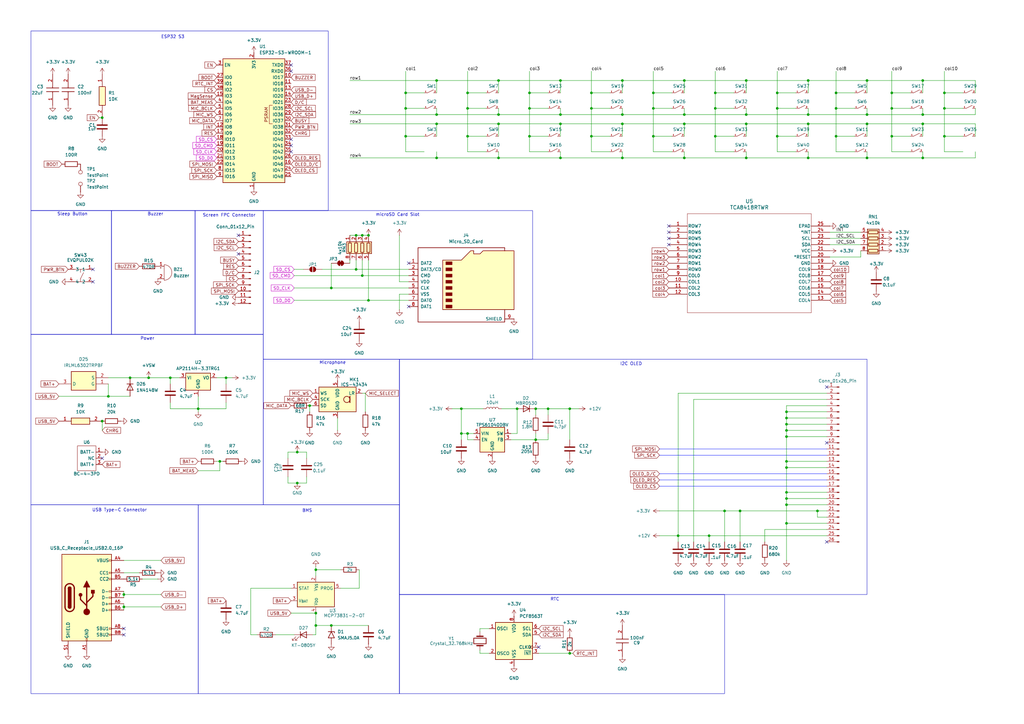
<source format=kicad_sch>
(kicad_sch (version 20231120) (generator "eeschema") (generator_version "8.0")
  (paper "A3")
  (title_block (title "E-Ink PDA Keyboard") (date "2024-10-22") (rev "V1.0") (comment 1 "Note: Parts based on JLCPCB basic parts library. Basic parts used where possible."))
  (junction (at 204.47 64.77))
  (junction (at 355.6 33.02))
  (junction (at 50.8 243.84))
  (junction (at 229.87 33.02))
  (junction (at 217.17 44.45))
  (junction (at 318.77 44.45))
  (junction (at 255.27 33.02))
  (junction (at 331.47 64.77))
  (junction (at 306.07 64.77))
  (junction (at 293.37 44.45))
  (junction (at 255.27 64.77))
  (junction (at 229.87 50.8))
  (junction (at 212.09 167.64))
  (junction (at 121.92 198.12))
  (junction (at 229.87 64.77))
  (junction (at 322.58 189.23))
  (junction (at 129.54 233.68))
  (junction (at 297.18 209.55))
  (junction (at 179.07 33.02))
  (junction (at 378.46 33.02))
  (junction (at 229.87 46.99))
  (junction (at 365.76 38.1))
  (junction (at 306.07 50.8))
  (junction (at 278.13 219.71))
  (junction (at 331.47 50.8))
  (junction (at 146.05 96.52))
  (junction (at 41.91 48.26))
  (junction (at 90.17 189.23))
  (junction (at 322.58 204.47))
  (junction (at 331.47 33.02))
  (junction (at 365.76 44.45))
  (junction (at 322.58 214.63))
  (junction (at 166.37 38.1))
  (junction (at 129.54 251.46))
  (junction (at 280.67 50.8))
  (junction (at 255.27 46.99))
  (junction (at 306.07 46.99))
  (junction (at 290.83 219.71))
  (junction (at 233.68 167.64))
  (junction (at 267.97 38.1))
  (junction (at 179.07 50.8))
  (junction (at 204.47 33.02))
  (junction (at 322.58 168.91))
  (junction (at 148.59 96.52))
  (junction (at 179.07 64.77))
  (junction (at 242.57 38.1))
  (junction (at 322.58 207.01))
  (junction (at 378.46 64.77))
  (junction (at 255.27 50.8))
  (junction (at 342.9 55.88))
  (junction (at 219.71 180.34))
  (junction (at 293.37 38.1))
  (junction (at 365.76 55.88))
  (junction (at 280.67 46.99))
  (junction (at 322.58 179.07))
  (junction (at 355.6 46.99))
  (junction (at 331.47 46.99))
  (junction (at 378.46 46.99))
  (junction (at 242.57 55.88))
  (junction (at 322.58 173.99))
  (junction (at 204.47 50.8))
  (junction (at 60.96 154.94))
  (junction (at 166.37 44.45))
  (junction (at 41.91 172.72))
  (junction (at 189.23 167.64))
  (junction (at 191.77 177.8))
  (junction (at 322.58 176.53))
  (junction (at 204.47 46.99))
  (junction (at 217.17 55.88))
  (junction (at 219.71 167.64))
  (junction (at 92.71 154.94))
  (junction (at 280.67 64.77))
  (junction (at 233.68 267.97))
  (junction (at 322.58 201.93))
  (junction (at 191.77 38.1))
  (junction (at 135.89 118.11))
  (junction (at 280.67 33.02))
  (junction (at 318.77 38.1))
  (junction (at 179.07 46.99))
  (junction (at 53.34 154.94))
  (junction (at 69.85 154.94))
  (junction (at 267.97 55.88))
  (junction (at 224.79 167.64))
  (junction (at 355.6 50.8))
  (junction (at 387.35 44.45))
  (junction (at 191.77 44.45))
  (junction (at 148.59 113.03))
  (junction (at 129.54 256.54))
  (junction (at 293.37 55.88))
  (junction (at 342.9 38.1))
  (junction (at 318.77 55.88))
  (junction (at 189.23 177.8))
  (junction (at 127 166.37))
  (junction (at 378.46 50.8))
  (junction (at 166.37 55.88))
  (junction (at 335.28 209.55))
  (junction (at 387.35 55.88))
  (junction (at 44.45 162.56))
  (junction (at 306.07 33.02))
  (junction (at 267.97 44.45))
  (junction (at 151.13 96.52))
  (junction (at 135.89 256.54))
  (junction (at 151.13 123.19))
  (junction (at 322.58 191.77))
  (junction (at 355.6 64.77))
  (junction (at 146.05 110.49))
  (junction (at 242.57 44.45))
  (junction (at 342.9 44.45))
  (junction (at 50.8 248.92))
  (junction (at 387.35 38.1))
  (junction (at 303.53 209.55))
  (junction (at 121.92 185.42))
  (junction (at 81.28 167.64))
  (junction (at 217.17 38.1))
  (junction (at 191.77 55.88))
  (junction (at 322.58 171.45))
  (no_connect (at 339.09 158.75))
  (no_connect (at 50.8 260.35))
  (no_connect (at 119.38 29.21))
  (no_connect (at 274.32 97.79))
  (no_connect (at 167.64 107.95))
  (no_connect (at 119.38 59.69))
  (no_connect (at 50.8 257.81))
  (no_connect (at 220.98 265.43))
  (no_connect (at 274.32 92.71))
  (no_connect (at 119.38 26.67))
  (no_connect (at 167.64 125.73))
  (no_connect (at 119.38 62.23))
  (no_connect (at 274.32 95.25))
  (no_connect (at 38.1 115.57))
  (no_connect (at 38.1 110.49))
  (no_connect (at 97.79 104.14))
  (no_connect (at 97.79 96.52))
  (no_connect (at 339.09 222.25))
  (no_connect (at 41.91 187.96))
  (no_connect (at 339.09 181.61))
  (no_connect (at 274.32 100.33))
  (no_connect (at 119.38 57.15))
  (wire (pts (xy 224.79 180.34) (xy 219.71 180.34)))
  (wire (pts (xy 331.47 50.8) (xy 331.47 55.88)))
  (wire (pts (xy 270.51 194.31) (xy 339.09 194.31)) (stroke (width 0) (color 0 14 255 1)))
  (wire (pts (xy 102.87 260.35) (xy 102.87 241.3)))
  (wire (pts (xy 125.73 198.12) (xy 125.73 195.58)))
  (wire (pts (xy 118.11 198.12) (xy 121.92 198.12)))
  (wire (pts (xy 166.37 62.23) (xy 173.99 62.23)))
  (wire (pts (xy 212.09 167.64) (xy 212.09 177.8)))
  (wire (pts (xy 129.54 256.54) (xy 129.54 260.35)))
  (wire (pts (xy 331.47 64.77) (xy 355.6 64.77)))
  (wire (pts (xy 400.05 46.99) (xy 400.05 44.45)))
  (wire (pts (xy 219.71 177.8) (xy 219.71 180.34)))
  (wire (pts (xy 57.15 234.95) (xy 50.8 234.95)))
  (wire (pts (xy 209.55 180.34) (xy 219.71 180.34)))
  (wire (pts (xy 146.05 106.68) (xy 146.05 110.49)))
  (wire (pts (xy 204.47 46.99) (xy 179.07 46.99)))
  (wire (pts (xy 242.57 44.45) (xy 242.57 55.88)))
  (wire (pts (xy 318.77 44.45) (xy 326.39 44.45)))
  (wire (pts (xy 191.77 38.1) (xy 199.39 38.1)))
  (wire (pts (xy 69.85 154.94) (xy 69.85 157.48)))
  (wire (pts (xy 185.42 167.64) (xy 189.23 167.64)))
  (wire (pts (xy 146.05 110.49) (xy 167.64 110.49)))
  (wire (pts (xy 293.37 44.45) (xy 293.37 55.88)))
  (wire (pts (xy 400.05 50.8) (xy 400.05 55.88)))
  (wire (pts (xy 387.35 38.1) (xy 387.35 44.45)))
  (wire (pts (xy 331.47 50.8) (xy 355.6 50.8)))
  (wire (pts (xy 255.27 64.77) (xy 229.87 64.77)))
  (wire (pts (xy 255.27 50.8) (xy 255.27 55.88)))
  (wire (pts (xy 335.28 212.09) (xy 335.28 209.55)))
  (wire (pts (xy 400.05 64.77) (xy 400.05 62.23)))
  (wire (pts (xy 217.17 44.45) (xy 224.79 44.45)))
  (wire (pts (xy 322.58 168.91) (xy 339.09 168.91)))
  (wire (pts (xy 331.47 46.99) (xy 331.47 44.45)))
  (wire (pts (xy 217.17 38.1) (xy 224.79 38.1)))
  (wire (pts (xy 217.17 55.88) (xy 217.17 62.23)))
  (wire (pts (xy 179.07 50.8) (xy 179.07 55.88)))
  (wire (pts (xy 255.27 33.02) (xy 255.27 38.1)))
  (wire (pts (xy 189.23 167.64) (xy 198.12 167.64)))
  (wire (pts (xy 355.6 64.77) (xy 378.46 64.77)))
  (wire (pts (xy 378.46 64.77) (xy 378.46 62.23)))
  (wire (pts (xy 166.37 55.88) (xy 173.99 55.88)))
  (wire (pts (xy 147.32 233.68) (xy 147.32 241.3)))
  (wire (pts (xy 255.27 46.99) (xy 255.27 44.45)))
  (wire (pts (xy 204.47 33.02) (xy 204.47 38.1)))
  (wire (pts (xy 129.54 233.68) (xy 139.7 233.68)))
  (wire (pts (xy 267.97 44.45) (xy 275.59 44.45)))
  (wire (pts (xy 88.9 189.23) (xy 90.17 189.23)))
  (wire (pts (xy 143.51 50.8) (xy 179.07 50.8)))
  (wire (pts (xy 284.48 163.83) (xy 339.09 163.83)))
  (wire (pts (xy 293.37 38.1) (xy 300.99 38.1)))
  (wire (pts (xy 242.57 55.88) (xy 250.19 55.88)))
  (wire (pts (xy 387.35 44.45) (xy 387.35 55.88)))
  (wire (pts (xy 339.09 217.17) (xy 313.69 217.17)))
  (wire (pts (xy 331.47 33.02) (xy 306.07 33.02)))
  (wire (pts (xy 255.27 50.8) (xy 229.87 50.8)))
  (wire (pts (xy 127 168.91) (xy 127 166.37)))
  (wire (pts (xy 280.67 46.99) (xy 255.27 46.99)))
  (wire (pts (xy 166.37 38.1) (xy 173.99 38.1)))
  (wire (pts (xy 242.57 62.23) (xy 250.19 62.23)))
  (wire (pts (xy 113.03 260.35) (xy 120.65 260.35)))
  (wire (pts (xy 121.92 198.12) (xy 125.73 198.12)))
  (wire (pts (xy 120.65 110.49) (xy 124.46 110.49)))
  (wire (pts (xy 191.77 44.45) (xy 199.39 44.45)))
  (wire (pts (xy 378.46 64.77) (xy 400.05 64.77)))
  (wire (pts (xy 229.87 64.77) (xy 229.87 62.23)))
  (wire (pts (xy 118.11 195.58) (xy 118.11 198.12)))
  (wire (pts (xy 163.83 120.65) (xy 167.64 120.65)))
  (wire (pts (xy 224.79 167.64) (xy 219.71 167.64)))
  (wire (pts (xy 166.37 55.88) (xy 166.37 62.23)))
  (wire (pts (xy 120.65 113.03) (xy 148.59 113.03)))
  (wire (pts (xy 267.97 38.1) (xy 267.97 44.45)))
  (wire (pts (xy 340.36 100.33) (xy 353.06 100.33)))
  (wire (pts (xy 44.45 154.94) (xy 53.34 154.94)))
  (wire (pts (xy 342.9 38.1) (xy 350.52 38.1)))
  (wire (pts (xy 342.9 55.88) (xy 350.52 55.88)))
  (wire (pts (xy 293.37 62.23) (xy 300.99 62.23)))
  (wire (pts (xy 217.17 62.23) (xy 224.79 62.23)))
  (wire (pts (xy 196.85 266.7) (xy 196.85 267.97)))
  (wire (pts (xy 149.86 168.91) (xy 149.86 161.29)))
  (wire (pts (xy 163.83 127) (xy 163.83 120.65)))
  (wire (pts (xy 365.76 62.23) (xy 373.38 62.23)))
  (wire (pts (xy 118.11 185.42) (xy 118.11 187.96)))
  (wire (pts (xy 297.18 209.55) (xy 303.53 209.55)))
  (wire (pts (xy 242.57 55.88) (xy 242.57 62.23)))
  (wire (pts (xy 204.47 50.8) (xy 204.47 55.88)))
  (wire (pts (xy 102.87 260.35) (xy 105.41 260.35)))
  (wire (pts (xy 378.46 46.99) (xy 378.46 44.45)))
  (wire (pts (xy 340.36 105.41) (xy 353.06 105.41)))
  (wire (pts (xy 331.47 64.77) (xy 331.47 62.23)))
  (wire (pts (xy 219.71 170.18) (xy 219.71 167.64)))
  (wire (pts (xy 378.46 33.02) (xy 378.46 38.1)))
  (wire (pts (xy 342.9 38.1) (xy 342.9 44.45)))
  (wire (pts (xy 196.85 267.97) (xy 200.66 267.97)))
  (wire (pts (xy 255.27 33.02) (xy 229.87 33.02)))
  (wire (pts (xy 229.87 50.8) (xy 204.47 50.8)))
  (wire (pts (xy 191.77 62.23) (xy 199.39 62.23)))
  (wire (pts (xy 138.43 176.53) (xy 138.43 171.45)))
  (wire (pts (xy 125.73 185.42) (xy 121.92 185.42)))
  (wire (pts (xy 353.06 105.41) (xy 353.06 102.87)))
  (wire (pts (xy 132.08 110.49) (xy 146.05 110.49)))
  (wire (pts (xy 90.17 189.23) (xy 91.44 189.23)))
  (wire (pts (xy 355.6 33.02) (xy 378.46 33.02)))
  (wire (pts (xy 267.97 55.88) (xy 275.59 55.88)))
  (wire (pts (xy 340.36 95.25) (xy 353.06 95.25)))
  (wire (pts (xy 255.27 64.77) (xy 255.27 62.23)))
  (wire (pts (xy 322.58 191.77) (xy 322.58 201.93)))
  (wire (pts (xy 331.47 46.99) (xy 355.6 46.99)))
  (wire (pts (xy 66.04 243.84) (xy 50.8 243.84)))
  (wire (pts (xy 81.28 168.91) (xy 81.28 167.64)))
  (wire (pts (xy 129.54 232.41) (xy 129.54 233.68)))
  (wire (pts (xy 280.67 33.02) (xy 280.67 38.1)))
  (wire (pts (xy 102.87 241.3) (xy 119.38 241.3)))
  (wire (pts (xy 224.79 167.64) (xy 224.79 170.18)))
  (wire (pts (xy 280.67 50.8) (xy 255.27 50.8)))
  (wire (pts (xy 44.45 162.56) (xy 44.45 157.48)))
  (wire (pts (xy 306.07 64.77) (xy 306.07 62.23)))
  (wire (pts (xy 355.6 33.02) (xy 355.6 38.1)))
  (wire (pts (xy 233.68 167.64) (xy 224.79 167.64)))
  (wire (pts (xy 204.47 50.8) (xy 179.07 50.8)))
  (wire (pts (xy 270.51 219.71) (xy 278.13 219.71)))
  (wire (pts (xy 148.59 106.68) (xy 148.59 113.03)))
  (wire (pts (xy 229.87 50.8) (xy 229.87 55.88)))
  (wire (pts (xy 278.13 219.71) (xy 290.83 219.71)))
  (wire (pts (xy 365.76 29.21) (xy 365.76 38.1)))
  (wire (pts (xy 322.58 201.93) (xy 339.09 201.93)))
  (wire (pts (xy 322.58 204.47) (xy 339.09 204.47)))
  (wire (pts (xy 365.76 44.45) (xy 365.76 55.88)))
  (wire (pts (xy 306.07 46.99) (xy 280.67 46.99)))
  (wire (pts (xy 81.28 167.64) (xy 92.71 167.64)))
  (wire (pts (xy 233.68 180.34) (xy 233.68 167.64)))
  (wire (pts (xy 50.8 248.92) (xy 50.8 250.19)))
  (wire (pts (xy 217.17 38.1) (xy 217.17 44.45)))
  (wire (pts (xy 322.58 171.45) (xy 339.09 171.45)))
  (wire (pts (xy 303.53 209.55) (xy 335.28 209.55)))
  (wire (pts (xy 331.47 50.8) (xy 306.07 50.8)))
  (wire (pts (xy 204.47 64.77) (xy 179.07 64.77)))
  (wire (pts (xy 50.8 243.84) (xy 50.8 242.57)))
  (wire (pts (xy 267.97 44.45) (xy 267.97 55.88)))
  (wire (pts (xy 163.83 115.57) (xy 167.64 115.57)))
  (wire (pts (xy 280.67 64.77) (xy 280.67 62.23)))
  (wire (pts (xy 306.07 33.02) (xy 280.67 33.02)))
  (wire (pts (xy 318.77 38.1) (xy 318.77 44.45)))
  (wire (pts (xy 306.07 50.8) (xy 280.67 50.8)))
  (wire (pts (xy 92.71 154.94) (xy 92.71 157.48)))
  (wire (pts (xy 355.6 64.77) (xy 355.6 62.23)))
  (wire (pts (xy 127 166.37) (xy 128.27 166.37)))
  (wire (pts (xy 365.76 38.1) (xy 365.76 44.45)))
  (wire (pts (xy 229.87 33.02) (xy 204.47 33.02)))
  (wire (pts (xy 66.04 229.87) (xy 50.8 229.87)))
  (wire (pts (xy 194.31 180.34) (xy 191.77 180.34)))
  (wire (pts (xy 191.77 55.88) (xy 199.39 55.88)))
  (wire (pts (xy 322.58 166.37) (xy 322.58 168.91)))
  (wire (pts (xy 387.35 29.21) (xy 387.35 38.1)))
  (wire (pts (xy 53.34 162.56) (xy 44.45 162.56)))
  (wire (pts (xy 322.58 173.99) (xy 322.58 176.53)))
  (wire (pts (xy 191.77 29.21) (xy 191.77 38.1)))
  (wire (pts (xy 41.91 176.53) (xy 41.91 172.72)))
  (wire (pts (xy 270.51 209.55) (xy 297.18 209.55)))
  (wire (pts (xy 146.05 96.52) (xy 148.59 96.52)))
  (wire (pts (xy 342.9 44.45) (xy 350.52 44.45)))
  (wire (pts (xy 191.77 180.34) (xy 191.77 177.8)))
  (wire (pts (xy 365.76 44.45) (xy 373.38 44.45)))
  (wire (pts (xy 306.07 64.77) (xy 280.67 64.77)))
  (wire (pts (xy 387.35 55.88) (xy 394.97 55.88)))
  (wire (pts (xy 378.46 50.8) (xy 378.46 55.88)))
  (wire (pts (xy 331.47 33.02) (xy 331.47 38.1)))
  (wire (pts (xy 297.18 209.55) (xy 297.18 222.25)))
  (wire (pts (xy 53.34 154.94) (xy 60.96 154.94)))
  (wire (pts (xy 81.28 193.04) (xy 90.17 193.04)))
  (wire (pts (xy 318.77 29.21) (xy 318.77 38.1)))
  (wire (pts (xy 387.35 44.45) (xy 394.97 44.45)))
  (wire (pts (xy 322.58 214.63) (xy 322.58 229.87)))
  (wire (pts (xy 322.58 207.01) (xy 322.58 214.63)))
  (wire (pts (xy 143.51 106.68) (xy 143.51 107.95)))
  (wire (pts (xy 143.51 96.52) (xy 146.05 96.52)))
  (wire (pts (xy 64.77 237.49) (xy 58.42 237.49)))
  (wire (pts (xy 135.89 107.95) (xy 135.89 118.11)))
  (wire (pts (xy 290.83 219.71) (xy 290.83 222.25)))
  (wire (pts (xy 44.45 162.56) (xy 24.13 162.56)))
  (wire (pts (xy 318.77 38.1) (xy 326.39 38.1)))
  (wire (pts (xy 92.71 154.94) (xy 95.25 154.94)))
  (wire (pts (xy 234.95 267.97) (xy 233.68 267.97)))
  (wire (pts (xy 322.58 176.53) (xy 322.58 179.07)))
  (wire (pts (xy 119.38 251.46) (xy 129.54 251.46)))
  (wire (pts (xy 280.67 33.02) (xy 255.27 33.02)))
  (wire (pts (xy 212.09 177.8) (xy 209.55 177.8)))
  (wire (pts (xy 378.46 46.99) (xy 400.05 46.99)))
  (wire (pts (xy 355.6 50.8) (xy 378.46 50.8)))
  (wire (pts (xy 69.85 167.64) (xy 81.28 167.64)))
  (wire (pts (xy 365.76 55.88) (xy 365.76 62.23)))
  (wire (pts (xy 166.37 29.21) (xy 166.37 38.1)))
  (wire (pts (xy 147.32 241.3) (xy 139.7 241.3)))
  (wire (pts (xy 355.6 46.99) (xy 378.46 46.99)))
  (wire (pts (xy 125.73 187.96) (xy 125.73 185.42)))
  (wire (pts (xy 69.85 154.94) (xy 73.66 154.94)))
  (wire (pts (xy 135.89 256.54) (xy 151.13 256.54)))
  (wire (pts (xy 191.77 44.45) (xy 191.77 55.88)))
  (wire (pts (xy 306.07 50.8) (xy 306.07 55.88)))
  (wire (pts (xy 217.17 44.45) (xy 217.17 55.88)))
  (wire (pts (xy 267.97 55.88) (xy 267.97 62.23)))
  (wire (pts (xy 378.46 33.02) (xy 400.05 33.02)))
  (wire (pts (xy 322.58 189.23) (xy 339.09 189.23)))
  (wire (pts (xy 118.11 185.42) (xy 121.92 185.42)))
  (wire (pts (xy 242.57 38.1) (xy 242.57 44.45)))
  (wire (pts (xy 69.85 165.1) (xy 69.85 167.64)))
  (wire (pts (xy 205.74 167.64) (xy 212.09 167.64)))
  (wire (pts (xy 191.77 55.88) (xy 191.77 62.23)))
  (wire (pts (xy 179.07 33.02) (xy 179.07 38.1)))
  (wire (pts (xy 148.59 113.03) (xy 167.64 113.03)))
  (wire (pts (xy 331.47 64.77) (xy 306.07 64.77)))
  (wire (pts (xy 242.57 44.45) (xy 250.19 44.45)))
  (wire (pts (xy 151.13 123.19) (xy 167.64 123.19)))
  (wire (pts (xy 339.09 166.37) (xy 322.58 166.37)))
  (wire (pts (xy 322.58 179.07) (xy 322.58 189.23)))
  (wire (pts (xy 318.77 44.45) (xy 318.77 55.88)))
  (wire (pts (xy 229.87 46.99) (xy 229.87 44.45)))
  (wire (pts (xy 81.28 167.64) (xy 81.28 162.56)))
  (wire (pts (xy 278.13 219.71) (xy 278.13 222.25)))
  (wire (pts (xy 318.77 62.23) (xy 326.39 62.23)))
  (wire (pts (xy 340.36 97.79) (xy 353.06 97.79)))
  (wire (pts (xy 151.13 106.68) (xy 151.13 123.19)))
  (wire (pts (xy 322.58 173.99) (xy 339.09 173.99)))
  (wire (pts (xy 270.51 184.15) (xy 339.09 184.15)) (stroke (width 0) (color 0 14 255 1)))
  (wire (pts (xy 280.67 46.99) (xy 280.67 44.45)))
  (wire (pts (xy 179.07 44.45) (xy 179.07 46.99)))
  (wire (pts (xy 50.8 243.84) (xy 50.8 245.11)))
  (wire (pts (xy 278.13 161.29) (xy 278.13 219.71)))
  (wire (pts (xy 339.09 212.09) (xy 335.28 212.09)))
  (wire (pts (xy 217.17 55.88) (xy 224.79 55.88)))
  (wire (pts (xy 143.51 33.02) (xy 179.07 33.02)))
  (wire (pts (xy 204.47 33.02) (xy 179.07 33.02)))
  (wire (pts (xy 129.54 233.68) (xy 129.54 236.22)))
  (wire (pts (xy 129.54 251.46) (xy 129.54 256.54)))
  (wire (pts (xy 335.28 209.55) (xy 339.09 209.55)))
  (wire (pts (xy 163.83 96.52) (xy 163.83 115.57)))
  (wire (pts (xy 293.37 55.88) (xy 300.99 55.88)))
  (wire (pts (xy 284.48 163.83) (xy 284.48 222.25)))
  (wire (pts (xy 129.54 256.54) (xy 135.89 256.54)))
  (wire (pts (xy 331.47 46.99) (xy 306.07 46.99)))
  (wire (pts (xy 120.65 123.19) (xy 151.13 123.19)))
  (wire (pts (xy 306.07 46.99) (xy 306.07 44.45)))
  (wire (pts (xy 270.51 186.69) (xy 339.09 186.69)) (stroke (width 0) (color 0 14 255 1)))
  (wire (pts (xy 331.47 33.02) (xy 355.6 33.02)))
  (wire (pts (xy 306.07 33.02) (xy 306.07 38.1)))
  (wire (pts (xy 322.58 168.91) (xy 322.58 171.45)))
  (wire (pts (xy 143.51 64.77) (xy 179.07 64.77)))
  (wire (pts (xy 293.37 55.88) (xy 293.37 62.23)))
  (wire (pts (xy 322.58 179.07) (xy 339.09 179.07)))
  (wire (pts (xy 322.58 191.77) (xy 339.09 191.77)))
  (wire (pts (xy 342.9 62.23) (xy 350.52 62.23)))
  (wire (pts (xy 342.9 44.45) (xy 342.9 55.88)))
  (wire (pts (xy 204.47 46.99) (xy 204.47 44.45)))
  (wire (pts (xy 278.13 161.29) (xy 339.09 161.29)))
  (wire (pts (xy 313.69 217.17) (xy 313.69 222.25)))
  (wire (pts (xy 290.83 219.71) (xy 339.09 219.71)))
  (wire (pts (xy 242.57 29.21) (xy 242.57 38.1)))
  (wire (pts (xy 303.53 209.55) (xy 303.53 222.25)))
  (wire (pts (xy 318.77 55.88) (xy 326.39 55.88)))
  (wire (pts (xy 135.89 118.11) (xy 167.64 118.11)))
  (wire (pts (xy 148.59 96.52) (xy 151.13 96.52)))
  (wire (pts (xy 191.77 38.1) (xy 191.77 44.45)))
  (wire (pts (xy 149.86 161.29) (xy 148.59 161.29)))
  (wire (pts (xy 365.76 55.88) (xy 373.38 55.88)))
  (wire (pts (xy 166.37 38.1) (xy 166.37 44.45)))
  (wire (pts (xy 342.9 55.88) (xy 342.9 62.23)))
  (wire (pts (xy 322.58 176.53) (xy 339.09 176.53)))
  (wire (pts (xy 129.54 260.35) (xy 128.27 260.35)))
  (wire (pts (xy 322.58 171.45) (xy 322.58 173.99)))
  (wire (pts (xy 293.37 44.45) (xy 300.99 44.45)))
  (wire (pts (xy 242.57 38.1) (xy 250.19 38.1)))
  (wire (pts (xy 229.87 33.02) (xy 229.87 38.1)))
  (wire (pts (xy 280.67 50.8) (xy 280.67 55.88)))
  (wire (pts (xy 293.37 29.21) (xy 293.37 38.1)))
  (wire (pts (xy 280.67 64.77) (xy 255.27 64.77)))
  (wire (pts (xy 143.51 46.99) (xy 179.07 46.99)))
  (wire (pts (xy 322.58 189.23) (xy 322.58 191.77)))
  (wire (pts (xy 196.85 259.08) (xy 196.85 257.81)))
  (wire (pts (xy 189.23 177.8) (xy 189.23 167.64)))
  (wire (pts (xy 66.04 248.92) (xy 50.8 248.92)))
  (wire (pts (xy 229.87 64.77) (xy 204.47 64.77)))
  (wire (pts (xy 189.23 177.8) (xy 191.77 177.8)))
  (wire (pts (xy 220.98 267.97) (xy 233.68 267.97)))
  (wire (pts (xy 355.6 46.99) (xy 355.6 44.45)))
  (wire (pts (xy 387.35 62.23) (xy 394.97 62.23)))
  (wire (pts (xy 267.97 38.1) (xy 275.59 38.1)))
  (wire (pts (xy 365.76 38.1) (xy 373.38 38.1)))
  (wire (pts (xy 120.65 118.11) (xy 135.89 118.11)))
  (wire (pts (xy 50.8 248.92) (xy 50.8 247.65)))
  (wire (pts (xy 339.09 196.85) (xy 270.51 196.85)) (stroke (width 0) (color 0 14 255 1)))
  (wire (pts (xy 255.27 46.99) (xy 229.87 46.99)))
  (wire (pts (xy 92.71 165.1) (xy 92.71 167.64)))
  (wire (pts (xy 322.58 214.63) (xy 339.09 214.63)))
  (wire (pts (xy 322.58 201.93) (xy 322.58 204.47)))
  (wire (pts (xy 293.37 38.1) (xy 293.37 44.45)))
  (wire (pts (xy 342.9 29.21) (xy 342.9 38.1)))
  (wire (pts (xy 267.97 29.21) (xy 267.97 38.1)))
  (wire (pts (xy 387.35 55.88) (xy 387.35 62.23)))
  (wire (pts (xy 400.05 33.02) (xy 400.05 38.1)))
  (wire (pts (xy 270.51 199.39) (xy 339.09 199.39)) (stroke (width 0) (color 0 14 255 1)))
  (wire (pts (xy 166.37 44.45) (xy 173.99 44.45)))
  (wire (pts (xy 217.17 29.21) (xy 217.17 38.1)))
  (wire (pts (xy 387.35 38.1) (xy 394.97 38.1)))
  (wire (pts (xy 204.47 64.77) (xy 204.47 62.23)))
  (wire (pts (xy 322.58 204.47) (xy 322.58 207.01)))
  (wire (pts (xy 194.31 177.8) (xy 191.77 177.8)))
  (wire (pts (xy 224.79 177.8) (xy 224.79 180.34)))
  (wire (pts (xy 88.9 154.94) (xy 92.71 154.94)))
  (wire (pts (xy 355.6 50.8) (xy 355.6 55.88)))
  (wire (pts (xy 339.09 207.01) (xy 322.58 207.01)))
  (wire (pts (xy 267.97 62.23) (xy 275.59 62.23)))
  (wire (pts (xy 196.85 257.81) (xy 200.66 257.81)))
  (wire (pts (xy 378.46 50.8) (xy 400.05 50.8)))
  (wire (pts (xy 189.23 180.34) (xy 189.23 177.8)))
  (wire (pts (xy 40.64 48.26) (xy 41.91 48.26)))
  (wire (pts (xy 90.17 189.23) (xy 90.17 193.04)))
  (wire (pts (xy 237.49 167.64) (xy 233.68 167.64)))
  (wire (pts (xy 166.37 44.45) (xy 166.37 55.88)))
  (wire (pts (xy 179.07 64.77) (xy 179.07 62.23)))
  (wire (pts (xy 318.77 55.88) (xy 318.77 62.23)))
  (wire (pts (xy 60.96 154.94) (xy 69.85 154.94)))
  (wire (pts (xy 229.87 46.99) (xy 204.47 46.99)))
  (rectangle (start 163.83 243.84) (end 297.18 284.48))
  (rectangle (start 12.7 86.36) (end 45.72 137.16))
  (rectangle (start 107.95 147.32) (end 163.83 207.01))
  (rectangle (start 81.28 207.01) (end 163.83 284.48))
  (rectangle (start 163.83 147.32) (end 355.6 243.84))
  (rectangle (start 107.95 86.36) (end 218.44 147.32))
  (rectangle (start 12.7 12.7) (end 134.62 86.36))
  (rectangle (start 80.01 86.36) (end 107.95 137.16))
  (rectangle (start 12.7 137.16) (end 107.95 207.01))
  (rectangle (start 45.72 86.36) (end 80.01 137.16))
  (rectangle (start 12.7 207.01) (end 81.28 284.48))
  (text "Microphone" (at 136.398 148.844 0) (effects (font (size 1.27 1.27))))
  (text "ESP32 S3" (at 70.866 15.24 0) (effects (font (size 1.27 1.27))))
  (text "RTC" (at 227.584 245.872 0) (effects (font (size 1.27 1.27))))
  (text "Screen FPC Connector" (at 93.98 88.392 0) (effects (font (size 1.27 1.27))))
  (text "Buzzer" (at 63.754 87.884 0) (effects (font (size 1.27 1.27))))
  (text "Power" (at 60.452 138.938 0) (effects (font (size 1.27 1.27))))
  (text "microSD Card Slot" (at 163.068 88.138 0) (effects (font (size 1.27 1.27))))
  (text "USB Type-C Connector\n" (at 49.022 209.296 0) (effects (font (size 1.27 1.27))))
  (text "Sleep Button" (at 29.718 87.884 0) (effects (font (size 1.27 1.27))))
  (text "BMS\n" (at 125.984 209.55 0) (effects (font (size 1.27 1.27))))
  (text "I2C OLED" (at 258.826 149.352 0) (effects (font (size 1.27 1.27))))
  (label "col10" (at 387.35 29.21 0))
  (label "col5" (at 267.97 29.21 0))
  (label "row2" (at 143.51 46.99 0))
  (label "col3" (at 217.17 29.21 0))
  (label "col1" (at 166.37 29.21 0))
  (label "col7" (at 318.77 29.21 0))
  (label "col9" (at 365.76 29.21 0))
  (label "I2C_SDA" (at 342.9 100.33 0))
  (label "row4" (at 143.51 64.77 0))
  (label "col6" (at 293.37 29.21 0))
  (label "col2" (at 191.77 29.21 0))
  (label "I2C_SCL" (at 342.9 97.79 0))
  (label "col4" (at 242.57 29.21 0))
  (label "col8" (at 342.9 29.21 0))
  (label "INT" (at 342.9 95.25 0))
  (label "row3" (at 143.51 50.8 0))
  (label "row1" (at 143.51 33.02 0))
  (global_label "OLED_RES" (shape input) (at 270.51 196.85 180) (property "Intersheetrefs" "${INTERSHEET_REFS}" (effects (hide yes))))
  (global_label "USB_5V" (shape input) (at 119.38 251.46 180) (property "Intersheetrefs" "${INTERSHEET_REFS}" (effects (hide yes))))
  (global_label "RTC_INT" (shape input) (at 88.9 34.29 180) (property "Intersheetrefs" "${INTERSHEET_REFS}" (effects (hide yes))))
  (global_label "I2C_SCL" (shape input) (at 97.79 101.6 180) (property "Intersheetrefs" "${INTERSHEET_REFS}" (effects (hide yes))))
  (global_label "OLED_RES" (shape input) (at 119.38 64.77 0) (property "Intersheetrefs" "${INTERSHEET_REFS}" (effects (hide yes))))
  (global_label "I2C_SDA" (shape input) (at 220.98 260.35 0) (property "Intersheetrefs" "${INTERSHEET_REFS}" (effects (hide yes))))
  (global_label "BUZZER" (shape input) (at 119.38 31.75 0) (property "Intersheetrefs" "${INTERSHEET_REFS}" (effects (hide yes))))
  (global_label "BUSY" (shape input) (at 119.38 49.53 0) (property "Intersheetrefs" "${INTERSHEET_REFS}" (effects (hide yes))))
  (global_label "EN" (shape input) (at 88.9 26.67 180) (property "Intersheetrefs" "${INTERSHEET_REFS}" (effects (hide yes))))
  (global_label "USB_5V" (shape input) (at 24.13 162.56 180) (property "Intersheetrefs" "${INTERSHEET_REFS}" (effects (hide yes))))
  (global_label "I2C_SCL" (shape input) (at 119.38 44.45 0) (property "Intersheetrefs" "${INTERSHEET_REFS}" (effects (hide yes))))
  (global_label "BAT_MEAS" (shape input) (at 81.28 193.04 180) (property "Intersheetrefs" "${INTERSHEET_REFS}" (effects (hide yes))))
  (global_label "SPI_MOSI" (shape input) (at 88.9 67.31 180) (property "Intersheetrefs" "${INTERSHEET_REFS}" (effects (hide yes))))
  (global_label "OLED_D{slash}C" (shape input) (at 119.38 67.31 0) (property "Intersheetrefs" "${INTERSHEET_REFS}" (effects (hide yes))))
  (global_label "INT" (shape input) (at 88.9 52.07 180) (property "Intersheetrefs" "${INTERSHEET_REFS}" (effects (hide yes))))
  (global_label "SPI_SCK" (shape input) (at 270.51 186.69 180) (property "Intersheetrefs" "${INTERSHEET_REFS}" (effects (hide yes))))
  (global_label "BOOT" (shape input) (at 25.4 67.31 180) (property "Intersheetrefs" "${INTERSHEET_REFS}" (effects (hide yes))))
  (global_label "CHRG" (shape input) (at 41.91 176.53 0) (property "Intersheetrefs" "${INTERSHEET_REFS}" (effects (hide yes))))
  (global_label "SD_CMD" (shape input) (at 120.65 113.03 180) (property "Intersheetrefs" "${INTERSHEET_REFS}" (effects (hide yes))))
  (global_label "SD_CLK" (shape input) (at 120.65 118.11 180) (property "Intersheetrefs" "${INTERSHEET_REFS}" (effects (hide yes))))
  (global_label "CS" (shape input) (at 88.9 36.83 180) (property "Intersheetrefs" "${INTERSHEET_REFS}" (effects (hide yes))))
  (global_label "col7" (shape input) (at 340.36 118.11 0) (property "Intersheetrefs" "${INTERSHEET_REFS}" (effects (hide yes))))
  (global_label "SD_CS" (shape input) (at 120.65 110.49 180) (property "Intersheetrefs" "${INTERSHEET_REFS}" (effects (hide yes))))
  (global_label "col8" (shape input) (at 340.36 115.57 0) (property "Intersheetrefs" "${INTERSHEET_REFS}" (effects (hide yes))))
  (global_label "EN" (shape input) (at 40.64 48.26 180) (property "Intersheetrefs" "${INTERSHEET_REFS}" (effects (hide yes))))
  (global_label "USB_5V" (shape input) (at 24.13 172.72 180) (property "Intersheetrefs" "${INTERSHEET_REFS}" (effects (hide yes))))
  (global_label "SD_CLK" (shape input) (at 88.9 62.23 180) (property "Intersheetrefs" "${INTERSHEET_REFS}" (effects (hide yes))))
  (global_label "col5" (shape input) (at 340.36 123.19 0) (property "Intersheetrefs" "${INTERSHEET_REFS}" (effects (hide yes))))
  (global_label "D{slash}C" (shape input) (at 97.79 111.76 180) (property "Intersheetrefs" "${INTERSHEET_REFS}" (effects (hide yes))))
  (global_label "MIC_WS" (shape input) (at 88.9 46.99 180) (property "Intersheetrefs" "${INTERSHEET_REFS}" (effects (hide yes))))
  (global_label "USB_5V" (shape input) (at 66.04 229.87 0) (property "Intersheetrefs" "${INTERSHEET_REFS}" (effects (hide yes))))
  (global_label "SPI_MOSI" (shape input) (at 97.79 119.38 180) (property "Intersheetrefs" "${INTERSHEET_REFS}" (effects (hide yes))))
  (global_label "MIC_SELECT" (shape input) (at 149.86 161.29 0) (property "Intersheetrefs" "${INTERSHEET_REFS}" (effects (hide yes))))
  (global_label "USB_D-" (shape input) (at 119.38 36.83 0) (property "Intersheetrefs" "${INTERSHEET_REFS}" (effects (hide yes))))
  (global_label "MIC_DATA" (shape input) (at 119.38 166.37 180) (property "Intersheetrefs" "${INTERSHEET_REFS}" (effects (hide yes))))
  (global_label "row4" (shape input) (at 274.32 102.87 180) (property "Intersheetrefs" "${INTERSHEET_REFS}" (effects (hide yes))))
  (global_label "RES" (shape input) (at 97.79 109.22 180) (property "Intersheetrefs" "${INTERSHEET_REFS}" (effects (hide yes))))
  (global_label "I2C_SCL" (shape input) (at 220.98 257.81 0) (property "Intersheetrefs" "${INTERSHEET_REFS}" (effects (hide yes))))
  (global_label "col2" (shape input) (at 274.32 115.57 180) (property "Intersheetrefs" "${INTERSHEET_REFS}" (effects (hide yes))))
  (global_label "OLED_CS" (shape input) (at 270.51 199.39 180) (property "Intersheetrefs" "${INTERSHEET_REFS}" (effects (hide yes))))
  (global_label "BOOT" (shape input) (at 88.9 31.75 180) (property "Intersheetrefs" "${INTERSHEET_REFS}" (effects (hide yes))))
  (global_label "BAT+" (shape input) (at 81.28 189.23 180) (property "Intersheetrefs" "${INTERSHEET_REFS}" (effects (hide yes))))
  (global_label "col3" (shape input) (at 274.32 118.11 180) (property "Intersheetrefs" "${INTERSHEET_REFS}" (effects (hide yes))))
  (global_label "USB_D+" (shape input) (at 119.38 39.37 0) (property "Intersheetrefs" "${INTERSHEET_REFS}" (effects (hide yes))))
  (global_label "BUSY" (shape input) (at 97.79 106.68 180) (property "Intersheetrefs" "${INTERSHEET_REFS}" (effects (hide yes))))
  (global_label "USB_D+" (shape input) (at 66.04 248.92 0) (property "Intersheetrefs" "${INTERSHEET_REFS}" (effects (hide yes))))
  (global_label "SD_CMD" (shape input) (at 88.9 59.69 180) (property "Intersheetrefs" "${INTERSHEET_REFS}" (effects (hide yes))))
  (global_label "I2C_SDA" (shape input) (at 97.79 99.06 180) (property "Intersheetrefs" "${INTERSHEET_REFS}" (effects (hide yes))))
  (global_label "D{slash}C" (shape input) (at 119.38 41.91 0) (property "Intersheetrefs" "${INTERSHEET_REFS}" (effects (hide yes))))
  (global_label "CS" (shape input) (at 97.79 114.3 180) (property "Intersheetrefs" "${INTERSHEET_REFS}" (effects (hide yes))))
  (global_label "USB_D-" (shape input) (at 66.04 243.84 0) (property "Intersheetrefs" "${INTERSHEET_REFS}" (effects (hide yes))))
  (global_label "OLED_D{slash}C" (shape input) (at 270.51 194.31 180) (property "Intersheetrefs" "${INTERSHEET_REFS}" (effects (hide yes))))
  (global_label "SPI_SCK" (shape input) (at 88.9 69.85 180) (property "Intersheetrefs" "${INTERSHEET_REFS}" (effects (hide yes))))
  (global_label "MIC_DATA" (shape input) (at 88.9 49.53 180) (property "Intersheetrefs" "${INTERSHEET_REFS}" (effects (hide yes))))
  (global_label "PWR_BTN" (shape input) (at 119.38 52.07 0) (property "Intersheetrefs" "${INTERSHEET_REFS}" (effects (hide yes))))
  (global_label "MIC_BCLK" (shape input) (at 128.27 163.83 180) (property "Intersheetrefs" "${INTERSHEET_REFS}" (effects (hide yes))))
  (global_label "MagSense" (shape input) (at 88.9 39.37 180) (property "Intersheetrefs" "${INTERSHEET_REFS}" (effects (hide yes))))
  (global_label "BUZZER" (shape input) (at 57.15 109.22 180) (property "Intersheetrefs" "${INTERSHEET_REFS}" (effects (hide yes))))
  (global_label "BAT_MEAS" (shape input) (at 88.9 41.91 180) (property "Intersheetrefs" "${INTERSHEET_REFS}" (effects (hide yes))))
  (global_label "col10" (shape input) (at 340.36 110.49 0) (property "Intersheetrefs" "${INTERSHEET_REFS}" (effects (hide yes))))
  (global_label "col4" (shape input) (at 274.32 120.65 180) (property "Intersheetrefs" "${INTERSHEET_REFS}" (effects (hide yes))))
  (global_label "BAT+" (shape input) (at 92.71 246.38 180) (property "Intersheetrefs" "${INTERSHEET_REFS}" (effects (hide yes))))
  (global_label "row3" (shape input) (at 274.32 105.41 180) (property "Intersheetrefs" "${INTERSHEET_REFS}" (effects (hide yes))))
  (global_label "SD_D0" (shape input) (at 88.9 64.77 180) (property "Intersheetrefs" "${INTERSHEET_REFS}" (effects (hide yes))))
  (global_label "OLED_CS" (shape input) (at 119.38 69.85 0) (property "Intersheetrefs" "${INTERSHEET_REFS}" (effects (hide yes))))
  (global_label "col6" (shape input) (at 340.36 120.65 0) (property "Intersheetrefs" "${INTERSHEET_REFS}" (effects (hide yes))))
  (global_label "BAT+" (shape input) (at 24.13 157.48 180) (property "Intersheetrefs" "${INTERSHEET_REFS}" (effects (hide yes))))
  (global_label "RES" (shape input) (at 88.9 54.61 180) (property "Intersheetrefs" "${INTERSHEET_REFS}" (effects (hide yes))))
  (global_label "row1" (shape input) (at 274.32 110.49 180) (property "Intersheetrefs" "${INTERSHEET_REFS}" (effects (hide yes))))
  (global_label "MIC_BCLK" (shape input) (at 88.9 44.45 180) (property "Intersheetrefs" "${INTERSHEET_REFS}" (effects (hide yes))))
  (global_label "I2C_SDA" (shape input) (at 119.38 46.99 0) (property "Intersheetrefs" "${INTERSHEET_REFS}" (effects (hide yes))))
  (global_label "SD_CS" (shape input) (at 88.9 57.15 180) (property "Intersheetrefs" "${INTERSHEET_REFS}" (effects (hide yes))))
  (global_label "BAT+" (shape input) (at 41.91 190.5 0) (property "Intersheetrefs" "${INTERSHEET_REFS}" (effects (hide yes))))
  (global_label "PWR_BTN" (shape input) (at 27.94 110.49 180) (property "Intersheetrefs" "${INTERSHEET_REFS}" (effects (hide yes))))
  (global_label "CHRG" (shape input) (at 119.38 54.61 0) (property "Intersheetrefs" "${INTERSHEET_REFS}" (effects (hide yes))))
  (global_label "col9" (shape input) (at 340.36 113.03 0) (property "Intersheetrefs" "${INTERSHEET_REFS}" (effects (hide yes))))
  (global_label "row2" (shape input) (at 274.32 107.95 180) (property "Intersheetrefs" "${INTERSHEET_REFS}" (effects (hide yes))))
  (global_label "col1" (shape input) (at 274.32 113.03 180) (property "Intersheetrefs" "${INTERSHEET_REFS}" (effects (hide yes))))
  (global_label "MIC_WS" (shape input) (at 128.27 161.29 180) (property "Intersheetrefs" "${INTERSHEET_REFS}" (effects (hide yes))))
  (global_label "SPI_MISO" (shape input) (at 88.9 72.39 180) (property "Intersheetrefs" "${INTERSHEET_REFS}" (effects (hide yes))))
  (global_label "SPI_SCK" (shape input) (at 97.79 116.84 180) (property "Intersheetrefs" "${INTERSHEET_REFS}" (effects (hide yes))))
  (global_label "SPI_MOSI" (shape input) (at 270.51 184.15 180) (property "Intersheetrefs" "${INTERSHEET_REFS}" (effects (hide yes))))
  (global_label "SD_D0" (shape input) (at 120.65 123.19 180) (property "Intersheetrefs" "${INTERSHEET_REFS}" (effects (hide yes))))
  (global_label "RTC_INT" (shape input) (at 234.95 267.97 0) (property "Intersheetrefs" "${INTERSHEET_REFS}" (effects (hide yes))))
  (global_label "BAT+" (shape input) (at 119.38 246.38 180) (property "Intersheetrefs" "${INTERSHEET_REFS}" (effects (hide yes))))
  (symbol (lib_id "power:GND") (at 135.89 264.16 0) (unit 1)
    (property "Reference" "#PWR030" (effects (hide yes)))
    (property "Value" "GND" (at 135.89 269.24 0))
    (property "Description" "Power symbol creates a global label with name \"GND\" , ground" (effects (hide yes)))
  )
  (symbol (lib_id "snaptron_7mm_doublesided:contact_pad") (at 252.73 59.69 0) (unit 1)
    (property "Reference" "SW22" (at 253.238 59.436 0))
    (property "Value" "~" (at 252.73 59.69 0))
    (property "Footprint" "snaptron_7mm_doublesided:contact_pad_SINGLE" (effects (hide yes)))
  )
  (symbol (lib_id "snaptron_7mm_doublesided:contact_pad") (at 353.06 35.56 0) (unit 1)
    (property "Reference" "SW5" (at 353.568 35.306 0))
    (property "Value" "~" (at 353.06 35.56 0))
    (property "Footprint" "snaptron_7mm_doublesided:contact_pad_SINGLE" (effects (hide yes)))
  )
  (symbol (lib_id "Diode:SMAJ5.0A") (at 135.89 260.35 270) (unit 1)
    (property "Reference" "D1" (at 138.43 259.0799 90) (effects (justify left)))
    (property "Value" "SMAJ5.0A" (at 138.43 261.6199 90) (effects (justify left)))
    (property "Footprint" "Diode_SMD:D_SMA" (effects (hide yes)))
    (property "Datasheet" "https://www.littelfuse.com/media?resourcetype=datasheets&itemid=75e32973-b177-4ee3-a0ff-cedaf1abdb93&filename=smaj-datasheet" (effects (hide yes)))
    (property "Description" "400W unidirectional Transient Voltage Suppressor, 5.0Vr, SMA(DO-214AC)" (effects (hide yes)))
    (property "LCSC Part #" "C78401" (effects (hide yes)))
  )
  (symbol (lib_id "snaptron_7mm_doublesided:contact_pad") (at 227.33 41.91 0) (unit 1)
    (property "Reference" "SW14" (at 227.838 41.656 0))
    (property "Value" "~" (at 227.33 41.91 0))
    (property "Footprint" "snaptron_7mm_doublesided:contact_pad_SINGLE" (effects (hide yes)))
  )
  (symbol (lib_id "EVQPUL02K:EVQPUL02K") (at 33.02 113.03 0) (unit 1)
    (property "Reference" "SW43" (at 33.02 104.648 0))
    (property "Value" "EVQPUL02K" (at 33.02 106.68 0))
    (property "Footprint" "JLC:SW-SMD_TS24CA" (effects (hide yes)))
    (property "LCSC Part #" "C393942" (effects (hide yes)))
  )
  (symbol (lib_id "power:GND") (at 41.91 55.88 0) (unit 1)
    (property "Reference" "#PWR02" (effects (hide yes)))
    (property "Value" "GND" (at 41.91 60.96 0))
    (property "Description" "Power symbol creates a global label with name \"GND\" , ground" (effects (hide yes)))
  )
  (symbol (lib_id "snaptron_7mm_doublesided:contact_pad") (at 328.93 53.34 0) (unit 1)
    (property "Reference" "SW39" (at 329.438 53.086 0))
    (property "Value" "~" (at 328.93 53.34 0))
    (property "Footprint" "snaptron_7mm_doublesided:contact_pad_SINGLE" (effects (hide yes)))
  )
  (symbol (lib_id "Jumper:SolderJumper_2_Bridged") (at 139.7 107.95 0) (unit 1) (exclude_from_sim yes) (in_bom no)
    (property "Reference" "JP3" (at 136.652 106.172 0))
    (property "Value" "SolderJumper_2_Bridged" (effects (hide yes)))
    (property "Footprint" "Jumper:SolderJumper-2_P1.3mm_Bridged_RoundedPad1.0x1.5mm" (effects (hide yes)))
    (property "Description" "Solder Jumper, 2-pole, closed/bridged" (effects (hide yes)))
  )
  (symbol (lib_id "Device:C") (at 303.53 226.06 0) (unit 1)
    (property "Reference" "C17" (at 304.546 223.774 0) (effects (justify left)))
    (property "Value" ".1uF" (at 304.292 228.6 0) (effects (justify left)))
    (property "Footprint" "Capacitor_SMD:C_0805_2012Metric" (effects (hide yes)))
    (property "Description" "Unpolarized capacitor" (effects (hide yes)))
    (property "LCSC PART #" "C28233" (effects (hide yes)))
    (property "LCSC Part #" "C28233" (effects (hide yes)))
  )
  (symbol (lib_id "snaptron_7mm_doublesided:contact_pad") (at 375.92 59.69 0) (unit 1)
    (property "Reference" "SW24" (at 376.428 59.436 0))
    (property "Value" "~" (at 375.92 59.69 0))
    (property "Footprint" "snaptron_7mm_doublesided:contact_pad_SINGLE" (effects (hide yes)))
  )
  (symbol (lib_id "Device:L") (at 201.93 167.64 90) (unit 1)
    (property "Reference" "L1" (at 201.93 162.56 90))
    (property "Value" "10uH" (at 201.93 165.1 90))
    (property "Footprint" "Inductor_SMD:L_Chilisin_BMRx00060630" (effects (hide yes)))
    (property "Description" "Inductor" (effects (hide yes)))
    (property "LCSC PART #" "C5189958" (effects (hide yes)))
    (property "LCSC Part #" "C5189958" (effects (hide yes)))
  )
  (symbol (lib_id "Device:C") (at 189.23 184.15 0) (mirror x) (unit 1)
    (property "Reference" "C10" (at 185.42 182.8799 0) (effects (justify right)))
    (property "Value" "10uF" (at 185.42 185.4199 0) (effects (justify right)))
    (property "Footprint" "Capacitor_SMD:C_0805_2012Metric" (effects (hide yes)))
    (property "Description" "Unpolarized capacitor" (effects (hide yes)))
    (property "LCSC PART #" "C15850" (effects (hide yes)))
    (property "LCSC Part #" "C15850" (effects (hide yes)))
  )
  (symbol (lib_id "power:GND") (at 27.94 43.18 0) (unit 1)
    (property "Reference" "#PWR03" (effects (hide yes)))
    (property "Value" "GND" (at 27.94 48.26 0))
    (property "Description" "Power symbol creates a global label with name \"GND\" , ground" (effects (hide yes)))
  )
  (symbol (lib_id "snaptron_7mm_doublesided:contact_pad") (at 278.13 59.69 0) (unit 1)
    (property "Reference" "SW28" (at 278.638 59.436 0))
    (property "Value" "~" (at 278.13 59.69 0))
    (property "Footprint" "snaptron_7mm_doublesided:contact_pad_SINGLE" (effects (hide yes)))
  )
  (symbol (lib_id "power:GND") (at 219.71 187.96 0) (unit 1)
    (property "Reference" "#PWR046" (effects (hide yes)))
    (property "Value" "GND" (at 219.71 193.04 0))
    (property "Description" "Power symbol creates a global label with name \"GND\" , ground" (effects (hide yes)))
  )
  (symbol (lib_id "Device:R_Pack04") (at 358.14 97.79 90) (unit 1)
    (property "Reference" "RN1" (at 358.14 88.9 90))
    (property "Value" "4x10k" (at 358.14 91.44 90))
    (property "Footprint" "Resistor_SMD:R_Array_Concave_4x0603" (effects (hide yes)))
    (property "Description" "4 resistor network, parallel topology" (effects (hide yes)))
    (property "LCSC Part #" "4D03WGJ0103T5E" (effects (hide yes)))
  )
  (symbol (lib_id "power:+3.3V") (at 151.13 96.52 0) (unit 1)
    (property "Reference" "#PWR072" (effects (hide yes)))
    (property "Value" "+3.3V" (at 151.13 91.44 0))
    (property "Description" "Power symbol creates a global label with name \"+3.3V\"" (effects (hide yes)))
  )
  (symbol (lib_id "Device:R_Pack04") (at 148.59 101.6 0) (mirror x) (unit 1)
    (property "Reference" "RN3" (at 141.224 101.6 90))
    (property "Value" "4x10k" (at 139.446 101.6 90))
    (property "Footprint" "Resistor_SMD:R_Array_Concave_4x0603" (effects (hide yes)))
    (property "Description" "4 resistor network, parallel topology" (effects (hide yes)))
    (property "LCSC Part #" "4D03WGJ0103T5E" (effects (hide yes)))
  )
  (symbol (lib_id "power:GND") (at 149.86 176.53 0) (unit 1)
    (property "Reference" "#PWR081" (effects (hide yes)))
    (property "Value" "GND" (at 149.86 181.61 0))
    (property "Description" "Power symbol creates a global label with name \"GND\" , ground" (effects (hide yes)))
  )
  (symbol (lib_id "power:GND") (at 147.32 139.7 0) (unit 1)
    (property "Reference" "#PWR074" (effects (hide yes)))
    (property "Value" "GND" (at 147.32 144.78 0))
    (property "Description" "Power symbol creates a global label with name \"GND\" , ground" (effects (hide yes)))
  )
  (symbol (lib_id "power:GND") (at 255.27 269.24 0) (unit 1)
    (property "Reference" "#PWR042" (effects (hide yes)))
    (property "Value" "GND" (at 255.27 274.32 0))
    (property "Description" "Power symbol creates a global label with name \"GND\" , ground" (effects (hide yes)))
  )
  (symbol (lib_id "Connector:USB_C_Receptacle_USB2.0_16P") (at 35.56 245.11 0) (unit 1)
    (property "Reference" "J1" (at 35.56 222.25 0))
    (property "Value" "USB_C_Receptacle_USB2.0_16P" (at 35.56 224.79 0))
    (property "Footprint" "JLC:USB-TYPE-C-SMD_TYPE-C-16P-QTWT" (effects (hide yes)))
    (property "Datasheet" "https://www.usb.org/sites/default/files/documents/usb_type-c.zip" (effects (hide yes)))
    (property "Description" "USB 2.0-only 16P Type-C Receptacle connector" (effects (hide yes)))
    (property "LCSC Part #" "C5187472" (effects (hide yes)))
  )
  (symbol (lib_id "snaptron_7mm_doublesided:contact_pad") (at 375.92 35.56 0) (unit 1)
    (property "Reference" "SW17" (at 376.428 35.306 0))
    (property "Value" "~" (at 375.92 35.56 0))
    (property "Footprint" "snaptron_7mm_doublesided:contact_pad_SINGLE" (effects (hide yes)))
  )
  (symbol (lib_id "power:+3.3V") (at 233.68 260.35 0) (unit 1)
    (property "Reference" "#PWR043" (effects (hide yes)))
    (property "Value" "+3.3V" (at 233.68 255.27 0))
    (property "Description" "Power symbol creates a global label with name \"+3.3V\"" (effects (hide yes)))
  )
  (symbol (lib_id "power:GND") (at 278.13 229.87 0) (unit 1)
    (property "Reference" "#PWR053" (effects (hide yes)))
    (property "Value" "GND" (at 278.13 234.95 0))
    (property "Description" "Power symbol creates a global label with name \"GND\" , ground" (effects (hide yes)))
  )
  (symbol (lib_id "Device:R") (at 60.96 234.95 90) (unit 1)
    (property "Reference" "R4" (at 60.96 232.664 90))
    (property "Value" "5.1k" (at 60.96 234.95 90))
    (property "Footprint" "Resistor_SMD:R_0603_1608Metric" (effects (hide yes)))
    (property "Description" "Resistor" (effects (hide yes)))
    (property "LCSC Part #" "0603WAF5101T5E" (effects (hide yes)))
  )
  (symbol (lib_id "power:GND") (at 27.94 267.97 0) (unit 1)
    (property "Reference" "#PWR012" (effects (hide yes)))
    (property "Value" "GND" (at 27.94 273.05 0))
    (property "Description" "Power symbol creates a global label with name \"GND\" , ground" (effects (hide yes)))
  )
  (symbol (lib_id "Device:C") (at 233.68 184.15 0) (unit 1)
    (property "Reference" "C12" (at 237.49 182.8799 0) (effects (justify left)))
    (property "Value" "4.7uF" (at 237.49 185.4199 0) (effects (justify left)))
    (property "Footprint" "Capacitor_SMD:C_1206_3216Metric" (effects (hide yes)))
    (property "Description" "Unpolarized capacitor" (effects (hide yes)))
    (property "LCSC PART #" "C29823" (effects (hide yes)))
    (property "LCSC Part #" "C29823" (effects (hide yes)))
  )
  (symbol (lib_id "Jumper:SolderJumper_2_Open") (at 128.27 110.49 0) (unit 1) (exclude_from_sim yes) (in_bom no)
    (property "Reference" "JP1" (at 128.27 108.458 0))
    (property "Value" "SolderJumper_2_Open" (effects (hide yes)))
    (property "Footprint" "Jumper:SolderJumper-2_P1.3mm_Open_RoundedPad1.0x1.5mm" (effects (hide yes)))
    (property "Description" "Solder Jumper, 2-pole, open" (effects (hide yes)))
  )
  (symbol (lib_id "power:GND") (at 210.82 130.81 0) (unit 1)
    (property "Reference" "#PWR037" (effects (hide yes)))
    (property "Value" "GND" (at 210.82 135.89 0))
    (property "Description" "Power symbol creates a global label with name \"GND\" , ground" (effects (hide yes)))
  )
  (symbol (lib_id "snaptron_7mm_doublesided:contact_pad") (at 328.93 59.69 0) (unit 1)
    (property "Reference" "SW40" (at 329.438 59.436 0))
    (property "Value" "~" (at 328.93 59.69 0))
    (property "Footprint" "snaptron_7mm_doublesided:contact_pad_SINGLE" (effects (hide yes)))
  )
  (symbol (lib_id "power:GND") (at 151.13 264.16 0) (unit 1)
    (property "Reference" "#PWR033" (effects (hide yes)))
    (property "Value" "GND" (at 151.13 269.24 0))
    (property "Description" "Power symbol creates a global label with name \"GND\" , ground" (effects (hide yes)))
  )
  (symbol (lib_id "Device:C") (at 147.32 135.89 0) (mirror y) (unit 1)
    (property "Reference" "C24" (at 144.272 134.62 0) (effects (justify left)))
    (property "Value" "10uF" (at 144.526 137.16 0) (effects (justify left)))
    (property "Footprint" "Capacitor_SMD:C_0805_2012Metric" (effects (hide yes)))
    (property "Description" "Unpolarized capacitor" (effects (hide yes)))
    (property "LCSC Part #" "C15850" (effects (hide yes)))
  )
  (symbol (lib_id "power:GND") (at 138.43 176.53 0) (unit 1)
    (property "Reference" "#PWR076" (effects (hide yes)))
    (property "Value" "GND" (at 138.43 181.61 0))
    (property "Description" "Power symbol creates a global label with name \"GND\" , ground" (effects (hide yes)))
  )
  (symbol (lib_id "Device:C") (at 92.71 250.19 0) (unit 1)
    (property "Reference" "C7" (at 96.52 248.9199 0) (effects (justify left)))
    (property "Value" "4.7uF" (at 96.52 251.4599 0) (effects (justify left)))
    (property "Footprint" "Capacitor_SMD:C_0805_2012Metric" (effects (hide yes)))
    (property "Description" "Unpolarized capacitor" (effects (hide yes)))
    (property "LCSC Part #" "CL21A475KAQNNNE" (effects (hide yes)))
  )
  (symbol (lib_id "IRLML6302TRPBF:IRLML6302TRPBF") (at 44.45 157.48 180) (unit 1)
    (property "Reference" "D25" (at 34.29 147.32 0))
    (property "Value" "IRLML6302TRPBF" (at 34.29 149.86 0))
    (property "Footprint" "IRLML6302TRPBF:SOT95P237X112-3N" (effects (hide yes)))
    (property "Datasheet" "https://www.infineon.com/dgdl/irlml6302pbf.pdf?fileId=5546d462533600a4015356688c702627" (effects (hide yes)))
    (property "Description" "MOSFET MOSFT P-Ch -0.62A 600mOhm 2.4nC LogLvl" (effects (hide yes)))
    (property "Height" "1.12" (effects (hide yes)))
    (property "Mouser Part Number" "942-IRLML6302TRPBF" (effects (hide yes)))
    (property "Mouser Price/Stock" "https://www.mouser.co.uk/ProductDetail/Infineon-Technologies/IRLML6302TRPBF?qs=9%252BKlkBgLFf2QWxdX0qooCA%3D%3D" (effects (hide yes)))
    (property "Manufacturer_Name" "Infineon" (effects (hide yes)))
    (property "LCSC Part #" "IRLML6302TRPBF" (effects (hide yes)))
  )
  (symbol (lib_id "power:GND") (at 81.28 168.91 0) (unit 1)
    (property "Reference" "#PWR07" (effects (hide yes)))
    (property "Value" "GND" (at 81.28 173.99 0))
    (property "Description" "Power symbol creates a global label with name \"GND\" , ground" (effects (hide yes)))
  )
  (symbol (lib_id "snaptron_7mm_doublesided:contact_pad") (at 303.53 35.56 0) (unit 1)
    (property "Reference" "SW31" (at 304.038 35.306 0))
    (property "Value" "~" (at 303.53 35.56 0))
    (property "Footprint" "snaptron_7mm_doublesided:contact_pad_SINGLE" (effects (hide yes)))
  )
  (symbol (lib_id "Device:R") (at 29.21 67.31 90) (unit 1)
    (property "Reference" "R8" (at 29.21 60.96 90))
    (property "Value" "100R" (at 29.21 63.5 90))
    (property "Footprint" "Resistor_SMD:R_1206_3216Metric" (effects (hide yes)))
    (property "Description" "Resistor" (effects (hide yes)))
    (property "LCSC Part #" "1206W4F1000T5E" (effects (hide yes)))
  )
  (symbol (lib_id "Battery_Management:MCP73831-2-OT") (at 129.54 243.84 180) (unit 1)
    (property "Reference" "U3" (at 136.398 250.444 0))
    (property "Value" "MCP73831-2-OT" (at 141.224 252.476 0))
    (property "Footprint" "Package_TO_SOT_SMD:SOT-23-5" (effects (hide yes)))
    (property "Datasheet" "http://ww1.microchip.com/downloads/en/DeviceDoc/20001984g.pdf" (effects (hide yes)))
    (property "Description" "Single cell, Li-Ion/Li-Po charge management controller, 4.20V, Tri-State Status Output, in SOT23-5 package" (effects (hide yes)))
    (property "LCSC Part #" "MCP73831-2-OT" (effects (hide yes)))
  )
  (symbol (lib_id "snaptron_7mm_doublesided:contact_pad") (at 375.92 41.91 0) (unit 1)
    (property "Reference" "SW18" (at 376.428 41.656 0))
    (property "Value" "~" (at 375.92 41.91 0))
    (property "Footprint" "snaptron_7mm_doublesided:contact_pad_SINGLE" (effects (hide yes)))
  )
  (symbol (lib_id "power:GND") (at 290.83 229.87 0) (unit 1)
    (property "Reference" "#PWR055" (effects (hide yes)))
    (property "Value" "GND" (at 290.83 234.95 0))
    (property "Description" "Power symbol creates a global label with name \"GND\" , ground" (effects (hide yes)))
  )
  (symbol (lib_id "CL21A226MAQNNNE (22uF):CL21A226MAQNNNE") (at 21.59 43.18 270) (mirror x) (unit 1)
    (property "Reference" "C3" (at 17.78 35.5599 90) (effects (justify right)))
    (property "Value" "22uF" (at 17.78 38.0999 90) (effects (justify right)))
    (property "Footprint" "CL21A226MAQNNNE (22uF):CAPC2012X140N" (effects (hide yes)))
    (property "Datasheet" "https://datasheet.datasheetarchive.com/originals/distributors/Datasheets-DGA10/2406310.pdf" (effects (hide yes)))
    (property "Description" "Samsung" (effects (hide yes)))
    (property "Height" "1.4" (effects (hide yes)))
    (property "Mouser Part Number" "187-CL21A226MAQNNNE" (effects (hide yes)))
    (property "Mouser Price/Stock" "https://www.mouser.co.uk/ProductDetail/Samsung-Electro-Mechanics/CL21A226MAQNNNE?qs=yOVawPpwOwn5SPpGykCwnw%3D%3D" (effects (hide yes)))
    (property "Manufacturer_Name" "SAMSUNG" (effects (hide yes)))
    (property "LCSC Part #" "CL21A226MAQNNNE" (effects (hide yes)))
  )
  (symbol (lib_id "Device:R") (at 313.69 226.06 0) (unit 1)
    (property "Reference" "R20" (at 315.214 224.79 0) (effects (justify left)))
    (property "Value" "680k" (at 315.214 227.33 0) (effects (justify left)))
    (property "Footprint" "Resistor_SMD:R_0805_2012Metric" (effects (hide yes)))
    (property "Description" "Resistor" (effects (hide yes)))
    (property "LCSC PART #" "C17797" (effects (hide yes)))
    (property "LCSC Part #" "C17797" (effects (hide yes)))
  )
  (symbol (lib_id "power:+3.3V") (at 41.91 30.48 0) (unit 1)
    (property "Reference" "#PWR024" (effects (hide yes)))
    (property "Value" "+3.3V" (at 41.91 25.4 0))
    (property "Description" "Power symbol creates a global label with name \"+3.3V\"" (effects (hide yes)))
  )
  (symbol (lib_id "snaptron_7mm_doublesided:contact_pad") (at 353.06 59.69 0) (unit 1)
    (property "Reference" "SW12" (at 353.568 59.436 0))
    (property "Value" "~" (at 353.06 59.69 0))
    (property "Footprint" "snaptron_7mm_doublesided:contact_pad_SINGLE" (effects (hide yes)))
  )
  (symbol (lib_id "power:+3.3V") (at 359.41 111.76 0) (unit 1)
    (property "Reference" "#PWR031" (effects (hide yes)))
    (property "Value" "+3.3V" (at 359.41 108.204 0))
    (property "Description" "Power symbol creates a global label with name \"+3.3V\"" (effects (hide yes)))
  )
  (symbol (lib_id "Timer_RTC:PCF8563T") (at 210.82 262.89 0) (unit 1)
    (property "Reference" "U4" (at 213.0141 250.19 0) (effects (justify left)))
    (property "Value" "PCF8563T" (at 213.0141 252.73 0) (effects (justify left)))
    (property "Footprint" "Package_SO:SOIC-8_3.9x4.9mm_P1.27mm" (effects (hide yes)))
    (property "Datasheet" "https://www.nxp.com/docs/en/data-sheet/PCF8563.pdf" (effects (hide yes)))
    (property "Description" "Realtime Clock/Calendar I2C Interface, SOIC-8" (effects (hide yes)))
    (property "LCSC Part #" "C7440" (effects (hide yes)))
  )
  (symbol (lib_id "Device:C") (at 92.71 161.29 0) (unit 1)
    (property "Reference" "C5" (at 96.52 160.0199 0) (effects (justify left)))
    (property "Value" "4.7uF" (at 96.52 162.5599 0) (effects (justify left)))
    (property "Footprint" "Capacitor_SMD:C_0805_2012Metric" (effects (hide yes)))
    (property "Description" "Unpolarized capacitor" (effects (hide yes)))
    (property "LCSC Part #" "CL21A475KAQNNNE" (effects (hide yes)))
  )
  (symbol (lib_id "snaptron_7mm_doublesided:contact_pad") (at 353.06 53.34 0) (unit 1)
    (property "Reference" "SW11" (at 353.568 53.086 0))
    (property "Value" "~" (at 353.06 53.34 0))
    (property "Footprint" "snaptron_7mm_doublesided:contact_pad_SINGLE" (effects (hide yes)))
  )
  (symbol (lib_id "CC0805KRX7R9BB104 (100nF):CC0805KRX7R9BB104") (at 255.27 269.24 270) (mirror x) (unit 1)
    (property "Reference" "C9" (at 261.112 263.652 90))
    (property "Value" "100nF" (at 261.366 261.62 90))
    (property "Footprint" "CC0805KRX7R9BB104 (100nF):CAPC2012X95N" (effects (hide yes)))
    (property "Datasheet" "https://www.yageo.com/upload/media/product/productsearch/datasheet/mlcc/UPY-GPHC_X7R_6.3V-to-50V_20.pdf" (effects (hide yes)))
    (property "Description" "Multilayer Ceramic Capacitors MLCC - SMD/SMT 50 V 0.1uF X7R 0805 10%" (effects (hide yes)))
    (property "Height" "0.95" (effects (hide yes)))
    (property "Mouser Part Number" "603-CC805KRX7R9BB104" (effects (hide yes)))
    (property "Mouser Price/Stock" "https://www.mouser.co.uk/ProductDetail/YAGEO/CC0805KRX7R9BB104?qs=vTakOoo5QyLx0lXWgVtRhQ%3D%3D" (effects (hide yes)))
    (property "Manufacturer_Name" "YAGEO" (effects (hide yes)))
    (property "LCSC Part #" "CC0805KRX7R9BB104" (effects (hide yes)))
  )
  (symbol (lib_id "Device:C") (at 151.13 260.35 0) (unit 1)
    (property "Reference" "C6" (at 154.94 259.0799 0) (effects (justify left)))
    (property "Value" "4.7uF" (at 154.94 261.6199 0) (effects (justify left)))
    (property "Footprint" "Capacitor_SMD:C_0805_2012Metric" (effects (hide yes)))
    (property "Description" "Unpolarized capacitor" (effects (hide yes)))
    (property "LCSC Part #" "CL21A475KAQNNNE" (effects (hide yes)))
  )
  (symbol (lib_id "Sensor_Audio:ICS-43434") (at 138.43 163.83 0) (mirror y) (unit 1)
    (property "Reference" "MK1" (at 145.288 155.702 0))
    (property "Value" "ICS-43434" (at 145.288 157.734 0))
    (property "Footprint" "Sensor_Audio:InvenSense_ICS-43434-6_3.5x2.65mm" (effects (hide yes)))
    (property "Datasheet" "https://www.invensense.com/wp-content/uploads/2016/02/DS-000069-ICS-43434-v1.2.pdf" (effects (hide yes)))
    (property "Description" "TDK InvenSense MEMS Microphone, 24-bit I2S, 65 dBA SNR, LGA-6" (effects (hide yes)))
    (property "LCSC Part #" "ICS-43434" (effects (hide yes)))
  )
  (symbol (lib_id "snaptron_7mm_doublesided:contact_pad") (at 397.51 41.91 0) (unit 1)
    (property "Reference" "SW30" (at 398.018 41.656 0))
    (property "Value" "~" (at 397.51 41.91 0))
    (property "Footprint" "snaptron_7mm_doublesided:contact_pad_SINGLE" (effects (hide yes)))
  )
  (symbol (lib_id "Connector:Conn_01x12_Pin") (at 102.87 109.22 0) (mirror y) (unit 1)
    (property "Reference" "J2" (at 104.14 111.7601 0) (effects (justify right)))
    (property "Value" "Conn_01x12_Pin" (at 88.646 92.964 0) (effects (justify right)))
    (property "Footprint" "AFC01-S12FCA-00:AFC01-S12FCA-00" (effects (hide yes)))
    (property "Description" "Generic connector, single row, 01x12, script generated" (effects (hide yes)))
    (property "LCSC Part #" "AFC01-S12FCA-00:AFC01-S12FCA-00" (effects (hide yes)))
  )
  (symbol (lib_id "power:GND") (at 104.14 77.47 0) (unit 1)
    (property "Reference" "#PWR01" (effects (hide yes)))
    (property "Value" "GND" (at 104.14 82.55 0))
    (property "Description" "Power symbol creates a global label with name \"GND\" , ground" (effects (hide yes)))
  )
  (symbol (lib_id "snaptron_7mm_doublesided:contact_pad") (at 328.93 41.91 0) (unit 1)
    (property "Reference" "SW38" (at 329.438 41.656 0))
    (property "Value" "~" (at 328.93 41.91 0))
    (property "Footprint" "snaptron_7mm_doublesided:contact_pad_SINGLE" (effects (hide yes)))
  )
  (symbol (lib_id "power:+12V") (at 270.51 219.71 90) (unit 1)
    (property "Reference" "#PWR052" (effects (hide yes)))
    (property "Value" "+12V" (at 266.7 219.7099 90) (effects (justify left)))
    (property "Description" "Power symbol creates a global label with name \"+12V\"" (effects (hide yes)))
  )
  (symbol (lib_id "power:+3.3V") (at 97.79 124.46 90) (unit 1)
    (property "Reference" "#PWR035" (effects (hide yes)))
    (property "Value" "+3.3V" (at 93.98 124.4599 90) (effects (justify left)))
    (property "Description" "Power symbol creates a global label with name \"+3.3V\"" (effects (hide yes)))
  )
  (symbol (lib_id "snaptron_7mm_doublesided:contact_pad") (at 278.13 35.56 0) (unit 1)
    (property "Reference" "SW25" (at 278.638 35.306 0))
    (property "Value" "~" (at 278.13 35.56 0))
    (property "Footprint" "snaptron_7mm_doublesided:contact_pad_SINGLE" (effects (hide yes)))
  )
  (symbol (lib_id "Device:R") (at 219.71 184.15 0) (unit 1)
    (property "Reference" "R13" (at 214.122 183.388 0) (effects (justify left)))
    (property "Value" "205k" (at 213.614 185.166 0) (effects (justify left)))
    (property "Footprint" "Resistor_SMD:R_0805_2012Metric" (effects (hide yes)))
    (property "Description" "Resistor" (effects (hide yes)))
    (property "LCSC PART #" "C218417" (effects (hide yes)))
    (property "LCSC Part #" "C218417" (effects (hide yes)))
  )
  (symbol (lib_id "power:+3.3V") (at 27.94 30.48 0) (unit 1)
    (property "Reference" "#PWR022" (effects (hide yes)))
    (property "Value" "+3.3V" (at 27.94 25.4 0))
    (property "Description" "Power symbol creates a global label with name \"+3.3V\"" (effects (hide yes)))
  )
  (symbol (lib_id "power:GND") (at 210.82 273.05 0) (unit 1)
    (property "Reference" "#PWR014" (effects (hide yes)))
    (property "Value" "GND" (at 210.82 278.13 0))
    (property "Description" "Power symbol creates a global label with name \"GND\" , ground" (effects (hide yes)))
  )
  (symbol (lib_id "snaptron_7mm_doublesided:contact_pad") (at 176.53 35.56 0) (unit 1)
    (property "Reference" "SW1" (at 177.038 35.306 0))
    (property "Value" "~" (at 176.53 35.56 0))
    (property "Footprint" "snaptron_7mm_doublesided:contact_pad_SINGLE" (effects (hide yes)))
  )
  (symbol (lib_id "snaptron_7mm_doublesided:contact_pad") (at 375.92 53.34 0) (unit 1)
    (property "Reference" "SW23" (at 376.428 53.086 0))
    (property "Value" "~" (at 375.92 53.34 0))
    (property "Footprint" "snaptron_7mm_doublesided:contact_pad_SINGLE" (effects (hide yes)))
  )
  (symbol (lib_id "power:GND") (at 284.48 229.87 0) (unit 1)
    (property "Reference" "#PWR054" (effects (hide yes)))
    (property "Value" "GND" (at 284.48 234.95 0))
    (property "Description" "Power symbol creates a global label with name \"GND\" , ground" (effects (hide yes)))
  )
  (symbol (lib_id "BC-4-3PD:BC-4-3PD") (at 39.37 185.42 0) (unit 1)
    (property "Reference" "U6" (at 35.56 181.356 0))
    (property "Value" "BC-4-3PD" (at 35.56 194.31 0))
    (property "Footprint" "BC-4-3PD:BC-4-3PD" (effects (hide yes)))
    (property "LCSC Part #" "BC-4-3PD" (effects (hide yes)))
  )
  (symbol (lib_id "Device:R") (at 109.22 260.35 90) (unit 1)
    (property "Reference" "R2" (at 109.22 258.064 90))
    (property "Value" "470R" (at 109.22 260.604 90))
    (property "Footprint" "Resistor_SMD:R_0805_2012Metric" (effects (hide yes)))
    (property "Description" "Resistor" (effects (hide yes)))
    (property "LCSC Part #" "0805W8F4700T5E" (effects (hide yes)))
  )
  (symbol (lib_id "power:+3.3V") (at 363.22 100.33 270) (unit 1)
    (property "Reference" "#PWR020" (effects (hide yes)))
    (property "Value" "+3.3V" (at 367.03 100.3299 90) (effects (justify left)))
    (property "Description" "Power symbol creates a global label with name \"+3.3V\"" (effects (hide yes)))
  )
  (symbol (lib_id "power:+3.3V") (at 185.42 167.64 90) (unit 1)
    (property "Reference" "#PWR025" (effects (hide yes)))
    (property "Value" "+3.3V" (at 181.61 167.6399 90) (effects (justify left)))
    (property "Description" "Power symbol creates a global label with name \"+3.3V\"" (effects (hide yes)))
  )
  (symbol (lib_id "0805W8F1002T5E:0805W8F1002T5E") (at 41.91 30.48 270) (unit 1)
    (property "Reference" "R1" (at 44.45 38.0999 90) (effects (justify left)))
    (property "Value" "10K" (at 44.45 40.6399 90) (effects (justify left)))
    (property "Footprint" "Resistor_SMD:R_0805_2012Metric" (effects (hide yes)))
    (property "Datasheet" "https://www.mouser.de/datasheet/2/1365/1-3044649.pdf" (effects (hide yes)))
    (property "Description" "Thick Film Resistors - SMD RMC 0805 1/8W 1% T/R-5000" (effects (hide yes)))
    (property "Height" "0.65" (effects (hide yes)))
    (property "Mouser Part Number" "303-0805W8F1002T5E" (effects (hide yes)))
    (property "Mouser Price/Stock" "https://www.mouser.co.uk/ProductDetail/Royalohm/0805W8F1002T5E?qs=e8oIoAS2J1QfYPOBCQ0fIg%3D%3D" (effects (hide yes)))
    (property "Manufacturer_Name" "ROYALOHM" (effects (hide yes)))
    (property "LCSC Part #" "0805W8F1002T5E" (effects (hide yes)))
  )
  (symbol (lib_id "power:+3.3V") (at 363.22 97.79 270) (unit 1)
    (property "Reference" "#PWR019" (effects (hide yes)))
    (property "Value" "+3.3V" (at 367.03 97.7899 90) (effects (justify left)))
    (property "Description" "Power symbol creates a global label with name \"+3.3V\"" (effects (hide yes)))
  )
  (symbol (lib_id "Device:R") (at 45.72 172.72 90) (unit 1)
    (property "Reference" "R10" (at 45.72 166.37 90))
    (property "Value" "20k" (at 45.72 168.91 90))
    (property "Footprint" "Resistor_SMD:R_0603_1608Metric" (effects (hide yes)))
    (property "Description" "Resistor" (effects (hide yes)))
    (property "LCSC Part #" "0603WAF2002T5E" (effects (hide yes)))
  )
  (symbol (lib_id "power:GND") (at 64.77 237.49 90) (unit 1)
    (property "Reference" "#PWR010" (effects (hide yes)))
    (property "Value" "GND" (at 68.58 237.4899 90) (effects (justify right)))
    (property "Description" "Power symbol creates a global label with name \"GND\" , ground" (effects (hide yes)))
  )
  (symbol (lib_id "Device:R") (at 54.61 237.49 90) (unit 1)
    (property "Reference" "R5" (at 54.61 239.776 90))
    (property "Value" "5.1k" (at 54.61 237.49 90))
    (property "Footprint" "Resistor_SMD:R_0603_1608Metric" (effects (hide yes)))
    (property "Description" "Resistor" (effects (hide yes)))
    (property "LCSC Part #" "0603WAF5101T5E" (effects (hide yes)))
  )
  (symbol (lib_id "snaptron_7mm_doublesided:contact_pad") (at 353.06 41.91 0) (unit 1)
    (property "Reference" "SW6" (at 353.568 41.656 0))
    (property "Value" "~" (at 353.06 41.91 0))
    (property "Footprint" "snaptron_7mm_doublesided:contact_pad_SINGLE" (effects (hide yes)))
  )
  (symbol (lib_id "Device:R") (at 149.86 172.72 0) (unit 1)
    (property "Reference" "R18" (at 152.4 171.4499 0) (effects (justify left)))
    (property "Value" "47k" (at 152.4 173.9899 0) (effects (justify left)))
    (property "Footprint" "Resistor_SMD:R_0603_1608Metric" (effects (hide yes)))
    (property "Description" "Resistor" (effects (hide yes)))
    (property "LCSC Part #" "C25819" (effects (hide yes)))
  )
  (symbol (lib_id "power:GND") (at 129.54 232.41 180) (unit 1)
    (property "Reference" "#PWR09" (effects (hide yes)))
    (property "Value" "GND" (at 129.54 227.33 0))
    (property "Description" "Power symbol creates a global label with name \"GND\" , ground" (effects (hide yes)))
  )
  (symbol (lib_id "snaptron_7mm_doublesided:contact_pad") (at 201.93 35.56 0) (unit 1)
    (property "Reference" "SW7" (at 202.438 35.306 0))
    (property "Value" "~" (at 201.93 35.56 0))
    (property "Footprint" "snaptron_7mm_doublesided:contact_pad_SINGLE" (effects (hide yes)))
  )
  (symbol (lib_id "power:+3.3V") (at 21.59 30.48 0) (unit 1)
    (property "Reference" "#PWR023" (effects (hide yes)))
    (property "Value" "+3.3V" (at 21.59 25.4 0))
    (property "Description" "Power symbol creates a global label with name \"+3.3V\"" (effects (hide yes)))
  )
  (symbol (lib_id "Device:C") (at 284.48 226.06 0) (unit 1)
    (property "Reference" "C14" (at 285.496 224.028 0) (effects (justify left)))
    (property "Value" "4.7uF" (at 284.988 228.092 0) (effects (justify left)))
    (property "Footprint" "Capacitor_SMD:C_1206_3216Metric" (effects (hide yes)))
    (property "Description" "Unpolarized capacitor" (effects (hide yes)))
    (property "LCSC PART #" "C29823" (effects (hide yes)))
    (property "LCSC Part #" "C29823" (effects (hide yes)))
  )
  (symbol (lib_id "power:GND") (at 97.79 121.92 270) (unit 1)
    (property "Reference" "#PWR034" (effects (hide yes)))
    (property "Value" "GND" (at 93.98 121.9199 90) (effects (justify right)))
    (property "Description" "Power symbol creates a global label with name \"GND\" , ground" (effects (hide yes)))
  )
  (symbol (lib_id "snaptron_7mm_doublesided:contact_pad") (at 397.51 35.56 0) (unit 1)
    (property "Reference" "SW29" (at 398.018 35.306 0))
    (property "Value" "~" (at 397.51 35.56 0))
    (property "Footprint" "snaptron_7mm_doublesided:contact_pad_SINGLE" (effects (hide yes)))
  )
  (symbol (lib_id "Connector:Micro_SD_Card") (at 190.5 115.57 0) (unit 1)
    (property "Reference" "J4" (at 191.135 96.52 0))
    (property "Value" "Micro_SD_Card" (at 191.135 99.06 0))
    (property "Footprint" "JLC:TF-SMD_503398-1892" (effects (hide yes)))
    (property "Datasheet" "http://katalog.we-online.de/em/datasheet/693072010801.pdf" (effects (hide yes)))
    (property "Description" "Micro SD Card Socket" (effects (hide yes)))
    (property "LCSC Part #" "C428492" (effects (hide yes)))
  )
  (symbol (lib_id "Device:C") (at 125.73 191.77 0) (unit 1)
    (property "Reference" "C25" (at 128.524 190.5 0) (effects (justify left)))
    (property "Value" "0.1uF" (at 128.27 193.04 0) (effects (justify left)))
    (property "Footprint" "Capacitor_SMD:C_0402_1005Metric" (effects (hide yes)))
    (property "Description" "Unpolarized capacitor" (effects (hide yes)))
    (property "LCSC Part #" "CL05B104KO5NNNC" (effects (hide yes)))
  )
  (symbol (lib_id "power:GND") (at 64.77 114.3 0) (unit 1)
    (property "Reference" "#PWR075" (effects (hide yes)))
    (property "Value" "GND" (at 64.77 119.38 0))
    (property "Description" "Power symbol creates a global label with name \"GND\" , ground" (effects (hide yes)))
  )
  (symbol (lib_id "snaptron_7mm_doublesided:contact_pad") (at 201.93 59.69 0) (unit 1)
    (property "Reference" "SW10" (at 202.438 59.436 0))
    (property "Value" "~" (at 201.93 59.69 0))
    (property "Footprint" "snaptron_7mm_doublesided:contact_pad_SINGLE" (effects (hide yes)))
  )
  (symbol (lib_id "power:GND") (at 163.83 127 0) (unit 1)
    (property "Reference" "#PWR044" (effects (hide yes)))
    (property "Value" "GND" (at 163.83 132.08 0))
    (property "Description" "Power symbol creates a global label with name \"GND\" , ground" (effects (hide yes)))
  )
  (symbol (lib_id "snaptron_7mm_doublesided:contact_pad") (at 176.53 53.34 0) (unit 1)
    (property "Reference" "SW3" (at 177.038 53.086 0))
    (property "Value" "~" (at 176.53 53.34 0))
    (property "Footprint" "snaptron_7mm_doublesided:contact_pad_SINGLE" (effects (hide yes)))
  )
  (symbol (lib_id "0805W8F1002T5E:0805W8F1002T5E") (at 24.13 172.72 0) (unit 1)
    (property "Reference" "R9" (at 33.02 166.37 0))
    (property "Value" "10K" (at 33.02 168.91 0))
    (property "Footprint" "Resistor_SMD:R_0805_2012Metric" (effects (hide yes)))
    (property "Datasheet" "https://www.mouser.de/datasheet/2/1365/1-3044649.pdf" (effects (hide yes)))
    (property "Description" "Thick Film Resistors - SMD RMC 0805 1/8W 1% T/R-5000" (effects (hide yes)))
    (property "Height" "0.65" (effects (hide yes)))
    (property "Mouser Part Number" "303-0805W8F1002T5E" (effects (hide yes)))
    (property "Mouser Price/Stock" "https://www.mouser.co.uk/ProductDetail/Royalohm/0805W8F1002T5E?qs=e8oIoAS2J1QfYPOBCQ0fIg%3D%3D" (effects (hide yes)))
    (property "Manufacturer_Name" "ROYALOHM" (effects (hide yes)))
    (property "LCSC Part #" "0805W8F1002T5E" (effects (hide yes)))
  )
  (symbol (lib_id "power:GND") (at 340.36 107.95 90) (unit 1)
    (property "Reference" "#PWR015" (effects (hide yes)))
    (property "Value" "GND" (at 344.17 107.9499 90) (effects (justify right)))
    (property "Description" "Power symbol creates a global label with name \"GND\" , ground" (effects (hide yes)))
  )
  (symbol (lib_id "Regulator_Linear:AMS1117-3.3") (at 81.28 154.94 0) (unit 1)
    (property "Reference" "U2" (at 81.28 148.59 0))
    (property "Value" "AP2114H-3.3TRG1" (at 81.28 151.13 0))
    (property "Footprint" "Package_TO_SOT_SMD:SOT-223-3_TabPin2" (effects (hide yes)))
    (property "Datasheet" "http://www.advanced-monolithic.com/pdf/ds1117.pdf" (effects (hide yes)))
    (property "Description" "1A Low Dropout regulator, positive, 3.3V fixed output, SOT-223" (effects (hide yes)))
    (property "LCSC Part #" "AP2114H-3.3TRG1" (effects (hide yes)))
  )
  (symbol (lib_id "Device:R") (at 60.96 109.22 90) (unit 1)
    (property "Reference" "R15" (at 60.96 106.934 90))
    (property "Value" "470R" (at 60.96 109.474 90))
    (property "Footprint" "Resistor_SMD:R_0805_2012Metric" (effects (hide yes)))
    (property "Description" "Resistor" (effects (hide yes)))
    (property "LCSC Part #" "0805W8F4700T5E" (effects (hide yes)))
  )
  (symbol (lib_id "power:+3.3V") (at 363.22 95.25 270) (unit 1)
    (property "Reference" "#PWR017" (effects (hide yes)))
    (property "Value" "+3.3V" (at 367.03 95.2499 90) (effects (justify left)))
    (property "Description" "Power symbol creates a global label with name \"+3.3V\"" (effects (hide yes)))
  )
  (symbol (lib_id "power:+3.3V") (at 255.27 256.54 0) (unit 1)
    (property "Reference" "#PWR041" (effects (hide yes)))
    (property "Value" "+3.3V" (at 255.27 251.46 0))
    (property "Description" "Power symbol creates a global label with name \"+3.3V\"" (effects (hide yes)))
  )
  (symbol (lib_id "Device:C") (at 297.18 226.06 0) (unit 1)
    (property "Reference" "C16" (at 298.196 224.028 0) (effects (justify left)))
    (property "Value" "4.7uF" (at 297.688 228.092 0) (effects (justify left)))
    (property "Footprint" "Capacitor_SMD:C_1206_3216Metric" (effects (hide yes)))
    (property "Description" "Unpolarized capacitor" (effects (hide yes)))
    (property "LCSC PART #" "C29823" (effects (hide yes)))
    (property "LCSC Part #" "C29823" (effects (hide yes)))
  )
  (symbol (lib_id "snaptron_7mm_doublesided:contact_pad") (at 278.13 41.91 0) (unit 1)
    (property "Reference" "SW26" (at 278.638 41.656 0))
    (property "Value" "~" (at 278.13 41.91 0))
    (property "Footprint" "snaptron_7mm_doublesided:contact_pad_SINGLE" (effects (hide yes)))
  )
  (symbol (lib_id "Device:R") (at 95.25 189.23 90) (unit 1)
    (property "Reference" "R7" (at 95.25 182.88 90))
    (property "Value" "100K" (at 95.25 185.42 90))
    (property "Footprint" "Resistor_SMD:R_0603_1608Metric" (effects (hide yes)))
    (property "Description" "Resistor" (effects (hide yes)))
    (property "LCSC Part #" "C25803" (effects (hide yes)))
  )
  (symbol (lib_id "snaptron_7mm_doublesided:contact_pad") (at 227.33 53.34 0) (unit 1)
    (property "Reference" "SW15" (at 227.838 53.086 0))
    (property "Value" "~" (at 227.33 53.34 0))
    (property "Footprint" "snaptron_7mm_doublesided:contact_pad_SINGLE" (effects (hide yes)))
  )
  (symbol (lib_id "Device:R") (at 233.68 264.16 180) (unit 1)
    (property "Reference" "R11" (at 231.394 264.16 90))
    (property "Value" "2k" (at 233.68 264.16 90))
    (property "Footprint" "Resistor_SMD:R_0805_2012Metric" (effects (hide yes)))
    (property "Description" "Resistor" (effects (hide yes)))
    (property "LCSC Part #" "0805W8F2001T5E" (effects (hide yes)))
  )
  (symbol (lib_id "snaptron_7mm_doublesided:contact_pad") (at 227.33 35.56 0) (unit 1)
    (property "Reference" "SW13" (at 227.838 35.306 0))
    (property "Value" "~" (at 227.33 35.56 0))
    (property "Footprint" "snaptron_7mm_doublesided:contact_pad_SINGLE" (effects (hide yes)))
  )
  (symbol (lib_id "Diode:1N4148W") (at 53.34 158.75 270) (unit 1)
    (property "Reference" "D26" (at 55.88 157.4799 90) (effects (justify left)))
    (property "Value" "1N4148W" (at 55.88 160.0199 90) (effects (justify left)))
    (property "Footprint" "Diode_SMD:D_SOD-123" (effects (hide yes)))
    (property "Datasheet" "https://www.vishay.com/docs/85748/1n4148w.pdf" (effects (hide yes)))
    (property "Description" "75V 0.15A Fast Switching Diode, SOD-123" (effects (hide yes)))
    (property "Sim.Device" "D" (effects (hide yes)))
    (property "Sim.Pins" "1=K 2=A" (effects (hide yes)))
    (property "LCSC Part #" "1N4148W" (effects (hide yes)))
  )
  (symbol (lib_id "power:GND") (at 189.23 187.96 0) (unit 1)
    (property "Reference" "#PWR026" (effects (hide yes)))
    (property "Value" "GND" (at 189.23 193.04 0))
    (property "Description" "Power symbol creates a global label with name \"GND\" , ground" (effects (hide yes)))
  )
  (symbol (lib_id "snaptron_7mm_doublesided:contact_pad") (at 303.53 53.34 0) (unit 1)
    (property "Reference" "SW33" (at 304.038 53.086 0))
    (property "Value" "~" (at 303.53 53.34 0))
    (property "Footprint" "snaptron_7mm_doublesided:contact_pad_SINGLE" (effects (hide yes)))
  )
  (symbol (lib_id "Device:C") (at 69.85 161.29 0) (unit 1)
    (property "Reference" "C4" (at 73.66 160.0199 0) (effects (justify left)))
    (property "Value" "4.7uF" (at 73.66 162.5599 0) (effects (justify left)))
    (property "Footprint" "Capacitor_SMD:C_0805_2012Metric" (effects (hide yes)))
    (property "Description" "Unpolarized capacitor" (effects (hide yes)))
    (property "LCSC Part #" "CL21A475KAQNNNE" (effects (hide yes)))
  )
  (symbol (lib_id "power:+3.3V") (at 363.22 102.87 270) (unit 1)
    (property "Reference" "#PWR018" (effects (hide yes)))
    (property "Value" "+3.3V" (at 367.03 102.8699 90) (effects (justify left)))
    (property "Description" "Power symbol creates a global label with name \"+3.3V\"" (effects (hide yes)))
  )
  (symbol (lib_id "snaptron_7mm_doublesided:contact_pad") (at 303.53 59.69 0) (unit 1)
    (property "Reference" "SW34" (at 304.038 59.436 0))
    (property "Value" "~" (at 303.53 59.69 0))
    (property "Footprint" "snaptron_7mm_doublesided:contact_pad_SINGLE" (effects (hide yes)))
  )
  (symbol (lib_id "snaptron_7mm_doublesided:contact_pad") (at 397.51 53.34 0) (unit 1)
    (property "Reference" "SW35" (at 398.018 53.086 0))
    (property "Value" "~" (at 397.51 53.34 0))
    (property "Footprint" "snaptron_7mm_doublesided:contact_pad_SINGLE" (effects (hide yes)))
  )
  (symbol (lib_id "snaptron_7mm_doublesided:contact_pad") (at 252.73 35.56 0) (unit 1)
    (property "Reference" "SW19" (at 253.238 35.306 0))
    (property "Value" "~" (at 252.73 35.56 0))
    (property "Footprint" "snaptron_7mm_doublesided:contact_pad_SINGLE" (effects (hide yes)))
  )
  (symbol (lib_id "power:GND") (at 127 176.53 0) (unit 1)
    (property "Reference" "#PWR080" (effects (hide yes)))
    (property "Value" "GND" (at 127 181.61 0))
    (property "Description" "Power symbol creates a global label with name \"GND\" , ground" (effects (hide yes)))
  )
  (symbol (lib_id "Device:Buzzer") (at 67.31 111.76 0) (unit 1)
    (property "Reference" "BZ1" (at 71.12 110.4899 0) (effects (justify left)))
    (property "Value" "Buzzer" (at 71.12 113.0299 0) (effects (justify left)))
    (property "Footprint" "JLC:BUZ-SMD_3P_L5.0-W5.0-P3.50-TL" (effects (hide yes)))
    (property "Description" "Buzzer, polarized" (effects (hide yes)))
    (property "LCSC Part #" "C781883" (effects (hide yes)))
  )
  (symbol (lib_id "power:GND") (at 201.93 187.96 0) (unit 1)
    (property "Reference" "#PWR045" (effects (hide yes)))
    (property "Value" "GND" (at 201.93 193.04 0))
    (property "Description" "Power symbol creates a global label with name \"GND\" , ground" (effects (hide yes)))
  )
  (symbol (lib_id "power:GND") (at 64.77 234.95 90) (unit 1)
    (property "Reference" "#PWR08" (effects (hide yes)))
    (property "Value" "GND" (at 68.58 234.9499 90) (effects (justify right)))
    (property "Description" "Power symbol creates a global label with name \"GND\" , ground" (effects (hide yes)))
  )
  (symbol (lib_id "power:GND") (at 340.36 92.71 90) (unit 1)
    (property "Reference" "#PWR021" (effects (hide yes)))
    (property "Value" "GND" (at 344.17 92.7099 90) (effects (justify right)))
    (property "Description" "Power symbol creates a global label with name \"GND\" , ground" (effects (hide yes)))
  )
  (symbol (lib_id "power:+VSW") (at 60.96 154.94 0) (unit 1)
    (property "Reference" "#PWR063" (effects (hide yes)))
    (property "Value" "+VSW" (at 60.96 149.86 0))
    (property "Description" "Power symbol creates a global label with name \"+VSW\"" (effects (hide yes)))
  )
  (symbol (lib_id "power:GND") (at 322.58 229.87 0) (unit 1)
    (property "Reference" "#PWR059" (effects (hide yes)))
    (property "Value" "GND" (at 322.58 234.95 0))
    (property "Description" "Power symbol creates a global label with name \"GND\" , ground" (effects (hide yes)))
  )
  (symbol (lib_id "Connector:TestPoint") (at 33.02 78.74 0) (unit 1)
    (property "Reference" "TP2" (at 35.56 74.1679 0) (effects (justify left)))
    (property "Value" "TestPoint" (at 35.56 76.7079 0) (effects (justify left)))
    (property "Footprint" "TestPoint:TestPoint_Pad_3.0x3.0mm" (effects (hide yes)))
    (property "Description" "test point" (effects (hide yes)))
  )
  (symbol (lib_id "Regulator_Switching:TPS61040DBV") (at 201.93 180.34 0) (unit 1)
    (property "Reference" "U7" (at 201.93 172.212 0))
    (property "Value" "TPS61040DBV" (at 201.93 174.244 0))
    (property "Footprint" "Package_TO_SOT_SMD:SOT-23-5" (effects (hide yes)))
    (property "Datasheet" "http://www.ti.com/lit/ds/symlink/tps61040.pdf" (effects (hide yes)))
    (property "Description" "Synchronous Boost Regulator, Adjustable Output up to 28V, 400 mA Switch Current Limit, SOT-23-5" (effects (hide yes)))
    (property "LCSC PART #" "C7722" (effects (hide yes)))
    (property "LCSC Part #" "C7722" (effects (hide yes)))
  )
  (symbol (lib_id "Device:C") (at 41.91 52.07 180) (unit 1)
    (property "Reference" "C1" (at 37.846 51.308 0))
    (property "Value" "1uF" (at 37.846 52.832 0))
    (property "Footprint" "Capacitor_SMD:C_0603_1608Metric" (effects (hide yes)))
    (property "Description" "Unpolarized capacitor" (effects (hide yes)))
    (property "LCSC Part #" "C15849" (effects (hide yes)))
  )
  (symbol (lib_id "power:GND") (at 303.53 229.87 0) (unit 1)
    (property "Reference" "#PWR057" (effects (hide yes)))
    (property "Value" "GND" (at 303.53 234.95 0))
    (property "Description" "Power symbol creates a global label with name \"GND\" , ground" (effects (hide yes)))
  )
  (symbol (lib_id "power:GND") (at 233.68 187.96 0) (unit 1)
    (property "Reference" "#PWR047" (effects (hide yes)))
    (property "Value" "GND" (at 233.68 193.04 0))
    (property "Description" "Power symbol creates a global label with name \"GND\" , ground" (effects (hide yes)))
  )
  (symbol (lib_id "power:+3.3V") (at 163.83 96.52 0) (unit 1)
    (property "Reference" "#PWR038" (effects (hide yes)))
    (property "Value" "+3.3V" (at 163.83 91.44 0))
    (property "Description" "Power symbol creates a global label with name \"+3.3V\"" (effects (hide yes)))
  )
  (symbol (lib_id "Device:R") (at 219.71 173.99 0) (unit 1)
    (property "Reference" "R12" (at 214.376 173.228 0) (effects (justify left)))
    (property "Value" "1.8M" (at 213.868 175.006 0) (effects (justify left)))
    (property "Footprint" "Resistor_SMD:R_0805_2012Metric" (effects (hide yes)))
    (property "Description" "Resistor" (effects (hide yes)))
    (property "LCSC PART #" "C17399" (effects (hide yes)))
    (property "LCSC Part #" "C17399" (effects (hide yes)))
  )
  (symbol (lib_id "Device:C") (at 290.83 226.06 0) (unit 1)
    (property "Reference" "C15" (at 291.846 223.774 0) (effects (justify left)))
    (property "Value" ".1uF" (at 291.592 228.6 0) (effects (justify left)))
    (property "Footprint" "Capacitor_SMD:C_0805_2012Metric" (effects (hide yes)))
    (property "Description" "Unpolarized capacitor" (effects (hide yes)))
    (property "LCSC PART #" "C28233" (effects (hide yes)))
    (property "LCSC Part #" "C28233" (effects (hide yes)))
  )
  (symbol (lib_id "Device:Crystal") (at 196.85 262.89 270) (unit 1)
    (property "Reference" "Y1" (at 183.896 261.874 90) (effects (justify left)))
    (property "Value" "Crystal_32.768kHz" (at 176.276 263.906 90) (effects (justify left)))
    (property "Footprint" "Crystal:Crystal_SMD_3215-2Pin_3.2x1.5mm" (effects (hide yes)))
    (property "Description" "Two pin crystal" (effects (hide yes)))
    (property "LCSC Part #" "XKXGI-SUA-32.768K" (effects (hide yes)))
  )
  (symbol (lib_id "snaptron_7mm_doublesided:contact_pad") (at 303.53 41.91 0) (unit 1)
    (property "Reference" "SW32" (at 304.038 41.656 0))
    (property "Value" "~" (at 303.53 41.91 0))
    (property "Footprint" "snaptron_7mm_doublesided:contact_pad_SINGLE" (effects (hide yes)))
  )
  (symbol (lib_id "Device:R") (at 123.19 166.37 90) (mirror x) (unit 1)
    (property "Reference" "R17" (at 122.936 168.656 90))
    (property "Value" "68R" (at 123.19 166.37 90))
    (property "Footprint" "Resistor_SMD:R_0603_1608Metric" (effects (hide yes)))
    (property "Description" "Resistor" (effects (hide yes)))
    (property "LCSC Part #" "C27592" (effects (hide yes)))
  )
  (symbol (lib_id "power:+3.3V") (at 147.32 132.08 0) (unit 1)
    (property "Reference" "#PWR073" (effects (hide yes)))
    (property "Value" "+3.3V" (at 147.32 127 0))
    (property "Description" "Power symbol creates a global label with name \"+3.3V\"" (effects (hide yes)))
  )
  (symbol (lib_id "RF_Module:ESP32-S3-WROOM-1") (at 104.14 49.53 0) (unit 1)
    (property "Reference" "U1" (at 106.3341 19.05 0) (effects (justify left)))
    (property "Value" "ESP32-S3-WROOM-1" (at 106.3341 21.59 0) (effects (justify left)))
    (property "Footprint" "RF_Module:ESP32-S3-WROOM-1" (effects (hide yes)))
    (property "Datasheet" "https://www.espressif.com/sites/default/files/documentation/esp32-s3-wroom-1_wroom-1u_datasheet_en.pdf" (effects (hide yes)))
    (property "Description" "RF Module, ESP32-S3 SoC, Wi-Fi 802.11b/g/n, Bluetooth, BLE, 32-bit, 3.3V, onboard antenna, SMD" (effects (hide yes)))
    (property "LCSC Part #" "C2913202" (effects (hide yes)))
  )
  (symbol (lib_id "power:GND") (at 297.18 229.87 0) (unit 1)
    (property "Reference" "#PWR056" (effects (hide yes)))
    (property "Value" "GND" (at 297.18 234.95 0))
    (property "Description" "Power symbol creates a global label with name \"GND\" , ground" (effects (hide yes)))
  )
  (symbol (lib_id "power:GND") (at 359.41 119.38 0) (unit 1)
    (property "Reference" "#PWR032" (effects (hide yes)))
    (property "Value" "GND" (at 359.41 124.46 0))
    (property "Description" "Power symbol creates a global label with name \"GND\" , ground" (effects (hide yes)))
  )
  (symbol (lib_id "Connector:Conn_01x26_Pin") (at 344.17 189.23 0) (mirror y) (unit 1)
    (property "Reference" "J3" (at 343.535 153.67 0))
    (property "Value" "Conn_01x26_Pin" (at 343.535 156.21 0))
    (property "Footprint" "JLC:FPC-SMD_AFC24-S26FIA [DUAL-SIDE]" (effects (hide yes)))
    (property "Description" "Generic connector, single row, 01x26, script generated" (effects (hide yes)))
    (property "LCSC PART #" "C262684" (effects (hide yes)))
    (property "LCSC Part #" "AFC24-S26FIA" (effects (hide yes)))
  )
  (symbol (lib_id "Device:C") (at 118.11 191.77 180) (unit 1)
    (property "Reference" "C26" (at 113.284 191.77 90))
    (property "Value" "1uF" (at 114.808 191.77 90))
    (property "Footprint" "Capacitor_SMD:C_0603_1608Metric" (effects (hide yes)))
    (property "Description" "Unpolarized capacitor" (effects (hide yes)))
    (property "LCSC Part #" "C15849" (effects (hide yes)))
  )
  (symbol (lib_id "power:+3.3V") (at 95.25 154.94 270) (unit 1)
    (property "Reference" "#PWR06" (effects (hide yes)))
    (property "Value" "+3.3V" (at 99.06 154.9399 90) (effects (justify left)))
    (property "Description" "Power symbol creates a global label with name \"+3.3V\"" (effects (hide yes)))
  )
  (symbol (lib_id "Device:C") (at 359.41 115.57 0) (unit 1)
    (property "Reference" "C8" (at 362.204 114.3 0) (effects (justify left)))
    (property "Value" "0.1uF" (at 361.95 116.84 0) (effects (justify left)))
    (property "Footprint" "Capacitor_SMD:C_0402_1005Metric" (effects (hide yes)))
    (property "Description" "Unpolarized capacitor" (effects (hide yes)))
    (property "LCSC Part #" "CL05B104KO5NNNC" (effects (hide yes)))
  )
  (symbol (lib_id "CC0805KRX7R9BB104 (100nF):CC0805KRX7R9BB104") (at 27.94 43.18 90) (unit 1)
    (property "Reference" "C2" (at 31.75 35.5599 90) (effects (justify right)))
    (property "Value" "100nF" (at 31.75 38.0999 90) (effects (justify right)))
    (property "Footprint" "CC0805KRX7R9BB104 (100nF):CAPC2012X95N" (effects (hide yes)))
    (property "Datasheet" "https://www.yageo.com/upload/media/product/productsearch/datasheet/mlcc/UPY-GPHC_X7R_6.3V-to-50V_20.pdf" (effects (hide yes)))
    (property "Description" "Multilayer Ceramic Capacitors MLCC - SMD/SMT 50 V 0.1uF X7R 0805 10%" (effects (hide yes)))
    (property "Height" "0.95" (effects (hide yes)))
    (property "Mouser Part Number" "603-CC805KRX7R9BB104" (effects (hide yes)))
    (property "Mouser Price/Stock" "https://www.mouser.co.uk/ProductDetail/YAGEO/CC0805KRX7R9BB104?qs=vTakOoo5QyLx0lXWgVtRhQ%3D%3D" (effects (hide yes)))
    (property "Manufacturer_Name" "YAGEO" (effects (hide yes)))
    (property "LCSC Part #" "CC0805KRX7R9BB104" (effects (hide yes)))
  )
  (symbol (lib_id "snaptron_7mm_doublesided:contact_pad") (at 201.93 41.91 0) (unit 1)
    (property "Reference" "SW8" (at 202.438 41.656 0))
    (property "Value" "~" (at 201.93 41.91 0))
    (property "Footprint" "snaptron_7mm_doublesided:contact_pad_SINGLE" (effects (hide yes)))
  )
  (symbol (lib_id "TCA8418:TCA8418RTWR") (at 274.32 92.71 0) (unit 1)
    (property "Reference" "U5" (at 307.34 82.55 0) (effects (font (size 1.524 1.524))))
    (property "Value" "TCA8418RTWR" (at 307.34 85.09 0) (effects (font (size 1.524 1.524))))
    (property "Footprint" "RTW24_2P45X2P45" (effects (hide yes)))
    (property "Datasheet" "TCA8418RTWR" (effects (hide yes)))
    (property "LCSC Part #" "TCA8418RTWR" (effects (hide yes)))
  )
  (symbol (lib_id "Device:D") (at 215.9 167.64 180) (unit 1)
    (property "Reference" "D2" (at 215.646 163.322 0))
    (property "Value" "MBR0530" (at 215.9 165.354 0))
    (property "Footprint" "Diode_SMD:D_SOD-123" (effects (hide yes)))
    (property "Description" "Diode" (effects (hide yes)))
    (property "Sim.Device" "D" (effects (hide yes)))
    (property "Sim.Pins" "1=K 2=A" (effects (hide yes)))
    (property "LCSC PART #" "C77336" (effects (hide yes)))
    (property "LCSC Part #" "C77336" (effects (hide yes)))
  )
  (symbol (lib_id "power:+12V") (at 237.49 167.64 270) (unit 1)
    (property "Reference" "#PWR048" (effects (hide yes)))
    (property "Value" "+12V" (at 241.3 167.6399 90) (effects (justify left)))
    (property "Description" "Power symbol creates a global label with name \"+12V\"" (effects (hide yes)))
  )
  (symbol (lib_id "Device:R") (at 143.51 233.68 90) (unit 1)
    (property "Reference" "R3" (at 143.51 231.394 90))
    (property "Value" "2k" (at 143.51 233.68 90))
    (property "Footprint" "Resistor_SMD:R_0805_2012Metric" (effects (hide yes)))
    (property "Description" "Resistor" (effects (hide yes)))
    (property "LCSC Part #" "0805W8F2001T5E" (effects (hide yes)))
  )
  (symbol (lib_id "Device:R") (at 127 172.72 0) (unit 1)
    (property "Reference" "R16" (at 129.54 171.4499 0) (effects (justify left)))
    (property "Value" "47k" (at 129.54 173.9899 0) (effects (justify left)))
    (property "Footprint" "Resistor_SMD:R_0603_1608Metric" (effects (hide yes)))
    (property "Description" "Resistor" (effects (hide yes)))
    (property "LCSC Part #" "C25819" (effects (hide yes)))
  )
  (symbol (lib_id "power:+3.3V") (at 104.14 21.59 0) (unit 1)
    (property "Reference" "#PWR05" (effects (hide yes)))
    (property "Value" "+3.3V" (at 104.14 16.51 0))
    (property "Description" "Power symbol creates a global label with name \"+3.3V\"" (effects (hide yes)))
  )
  (symbol (lib_id "snaptron_7mm_doublesided:contact_pad") (at 201.93 53.34 0) (unit 1)
    (property "Reference" "SW9" (at 202.438 53.086 0))
    (property "Value" "~" (at 201.93 53.34 0))
    (property "Footprint" "snaptron_7mm_doublesided:contact_pad_SINGLE" (effects (hide yes)))
  )
  (symbol (lib_id "power:+3.3V") (at 138.43 156.21 0) (unit 1)
    (property "Reference" "#PWR077" (effects (hide yes)))
    (property "Value" "+3.3V" (at 138.43 152.4 0))
    (property "Description" "Power symbol creates a global label with name \"+3.3V\"" (effects (hide yes)))
  )
  (symbol (lib_id "power:GND") (at 35.56 267.97 0) (unit 1)
    (property "Reference" "#PWR011" (effects (hide yes)))
    (property "Value" "GND" (at 35.56 273.05 0))
    (property "Description" "Power symbol creates a global label with name \"GND\" , ground" (effects (hide yes)))
  )
  (symbol (lib_id "Connector:TestPoint") (at 33.02 67.31 180) (unit 1)
    (property "Reference" "TP1" (at 35.56 69.3419 0) (effects (justify right)))
    (property "Value" "TestPoint" (at 35.56 71.8819 0) (effects (justify right)))
    (property "Footprint" "TestPoint:TestPoint_Pad_3.0x3.0mm" (effects (hide yes)))
    (property "Description" "test point" (effects (hide yes)))
  )
  (symbol (lib_id "power:GND") (at 41.91 185.42 90) (unit 1)
    (property "Reference" "#PWR028" (effects (hide yes)))
    (property "Value" "GND" (at 45.72 185.4199 90) (effects (justify right)))
    (property "Description" "Power symbol creates a global label with name \"GND\" , ground" (effects (hide yes)))
  )
  (symbol (lib_id "snaptron_7mm_doublesided:contact_pad") (at 252.73 41.91 0) (unit 1)
    (property "Reference" "SW20" (at 253.238 41.656 0))
    (property "Value" "~" (at 252.73 41.91 0))
    (property "Footprint" "snaptron_7mm_doublesided:contact_pad_SINGLE" (effects (hide yes)))
  )
  (symbol (lib_id "power:+3.3V") (at 340.36 102.87 270) (unit 1)
    (property "Reference" "#PWR016" (effects (hide yes)))
    (property "Value" "+3.3V" (at 344.17 102.8699 90) (effects (justify left)))
    (property "Description" "Power symbol creates a global label with name \"+3.3V\"" (effects (hide yes)))
  )
  (symbol (lib_id "power:GND") (at 99.06 189.23 90) (unit 1)
    (property "Reference" "#PWR029" (effects (hide yes)))
    (property "Value" "GND" (at 102.87 189.2299 90) (effects (justify right)))
    (property "Description" "Power symbol creates a global label with name \"GND\" , ground" (effects (hide yes)))
  )
  (symbol (lib_id "power:+3.3V") (at 210.82 252.73 0) (unit 1)
    (property "Reference" "#PWR040" (effects (hide yes)))
    (property "Value" "+3.3V" (at 210.82 247.65 0))
    (property "Description" "Power symbol creates a global label with name \"+3.3V\"" (effects (hide yes)))
  )
  (symbol (lib_id "snaptron_7mm_doublesided:contact_pad") (at 278.13 53.34 0) (unit 1)
    (property "Reference" "SW27" (at 278.638 53.086 0))
    (property "Value" "~" (at 278.13 53.34 0))
    (property "Footprint" "snaptron_7mm_doublesided:contact_pad_SINGLE" (effects (hide yes)))
  )
  (symbol (lib_id "power:GND") (at 92.71 254 0) (unit 1)
    (property "Reference" "#PWR036" (effects (hide yes)))
    (property "Value" "GND" (at 92.71 259.08 0))
    (property "Description" "Power symbol creates a global label with name \"GND\" , ground" (effects (hide yes)))
  )
  (symbol (lib_id "power:GND") (at 121.92 198.12 0) (unit 1)
    (property "Reference" "#PWR079" (effects (hide yes)))
    (property "Value" "GND" (at 121.92 202.184 0))
    (property "Description" "Power symbol creates a global label with name \"GND\" , ground" (effects (hide yes)))
  )
  (symbol (lib_id "power:GND") (at 313.69 229.87 0) (unit 1)
    (property "Reference" "#PWR058" (effects (hide yes)))
    (property "Value" "GND" (at 313.69 234.95 0))
    (property "Description" "Power symbol creates a global label with name \"GND\" , ground" (effects (hide yes)))
  )
  (symbol (lib_id "snaptron_7mm_doublesided:contact_pad") (at 176.53 41.91 0) (unit 1)
    (property "Reference" "SW2" (at 177.038 41.656 0))
    (property "Value" "~" (at 176.53 41.91 0))
    (property "Footprint" "snaptron_7mm_doublesided:contact_pad_SINGLE" (effects (hide yes)))
  )
  (symbol (lib_id "Device:LED") (at 124.46 260.35 0) (unit 1)
    (property "Reference" "D27" (at 124.46 257.556 0))
    (property "Value" "KT-0805Y" (at 124.46 264.668 0))
    (property "Footprint" "LED_SMD:LED_0805_2012Metric" (effects (hide yes)))
    (property "Description" "Light emitting diode" (effects (hide yes)))
    (property "LCSC Part #" "KT-0805Y" (effects (hide yes)))
  )
  (symbol (lib_id "power:GND") (at 49.53 172.72 90) (unit 1)
    (property "Reference" "#PWR013" (effects (hide yes)))
    (property "Value" "GND" (at 53.34 172.7199 90) (effects (justify right)))
    (property "Description" "Power symbol creates a global label with name \"GND\" , ground" (effects (hide yes)))
  )
  (symbol (lib_id "Device:C") (at 224.79 173.99 180) (unit 1)
    (property "Reference" "C11" (at 227.33 172.974 0) (effects (justify right)))
    (property "Value" "4.7pF" (at 227.076 175.006 0) (effects (justify right)))
    (property "Footprint" "Capacitor_SMD:C_0603_1608Metric" (effects (hide yes)))
    (property "Description" "Unpolarized capacitor" (effects (hide yes)))
    (property "LCSC PART #" "C1669" (effects (hide yes)))
    (property "LCSC Part #" "C1669" (effects (hide yes)))
  )
  (symbol (lib_id "power:GND") (at 33.02 78.74 0) (unit 1)
    (property "Reference" "#PWR039" (effects (hide yes)))
    (property "Value" "GND" (at 33.02 83.82 0))
    (property "Description" "Power symbol creates a global label with name \"GND\" , ground" (effects (hide yes)))
  )
  (symbol (lib_id "power:GND") (at 27.94 115.57 270) (unit 1)
    (property "Reference" "#PWR027" (effects (hide yes)))
    (property "Value" "GND" (at 24.13 115.5699 90) (effects (justify right)))
    (property "Description" "Power symbol creates a global label with name \"GND\" , ground" (effects (hide yes)))
  )
  (symbol (lib_id "snaptron_7mm_doublesided:contact_pad") (at 328.93 35.56 0) (unit 1)
    (property "Reference" "SW37" (at 329.438 35.306 0))
    (property "Value" "~" (at 328.93 35.56 0))
    (property "Footprint" "snaptron_7mm_doublesided:contact_pad_SINGLE" (effects (hide yes)))
  )
  (symbol (lib_id "snaptron_7mm_doublesided:contact_pad") (at 227.33 59.69 0) (unit 1)
    (property "Reference" "SW16" (at 227.838 59.436 0))
    (property "Value" "~" (at 227.33 59.69 0))
    (property "Footprint" "snaptron_7mm_doublesided:contact_pad_SINGLE" (effects (hide yes)))
  )
  (symbol (lib_id "Device:R") (at 85.09 189.23 90) (unit 1)
    (property "Reference" "R6" (at 85.09 182.88 90))
    (property "Value" "100K" (at 85.09 185.42 90))
    (property "Footprint" "Resistor_SMD:R_0603_1608Metric" (effects (hide yes)))
    (property "Description" "Resistor" (effects (hide yes)))
    (property "LCSC Part #" "C25803" (effects (hide yes)))
  )
  (symbol (lib_id "power:+3.3V") (at 121.92 185.42 0) (unit 1)
    (property "Reference" "#PWR078" (effects (hide yes)))
    (property "Value" "+3.3V" (at 121.92 181.356 0))
    (property "Description" "Power symbol creates a global label with name \"+3.3V\"" (effects (hide yes)))
  )
  (symbol (lib_id "power:GND") (at 21.59 43.18 0) (unit 1)
    (property "Reference" "#PWR04" (effects (hide yes)))
    (property "Value" "GND" (at 21.59 48.26 0))
    (property "Description" "Power symbol creates a global label with name \"GND\" , ground" (effects (hide yes)))
  )
  (symbol (lib_id "snaptron_7mm_doublesided:contact_pad") (at 252.73 53.34 0) (unit 1)
    (property "Reference" "SW21" (at 253.238 53.086 0))
    (property "Value" "~" (at 252.73 53.34 0))
    (property "Footprint" "snaptron_7mm_doublesided:contact_pad_SINGLE" (effects (hide yes)))
  )
  (symbol (lib_id "Device:C") (at 278.13 226.06 0) (unit 1)
    (property "Reference" "C13" (at 279.146 224.028 0) (effects (justify left)))
    (property "Value" "4.7uF" (at 278.638 228.092 0) (effects (justify left)))
    (property "Footprint" "Capacitor_SMD:C_1206_3216Metric" (effects (hide yes)))
    (property "Description" "Unpolarized capacitor" (effects (hide yes)))
    (property "LCSC PART #" "C29823" (effects (hide yes)))
    (property "LCSC Part #" "C29823" (effects (hide yes)))
  )
  (symbol (lib_id "power:+3.3V") (at 270.51 209.55 90) (unit 1)
    (property "Reference" "#PWR051" (effects (hide yes)))
    (property "Value" "+3.3V" (at 266.7 209.5499 90) (effects (justify left)))
    (property "Description" "Power symbol creates a global label with name \"+3.3V\"" (effects (hide yes)))
  )
)
</source>
